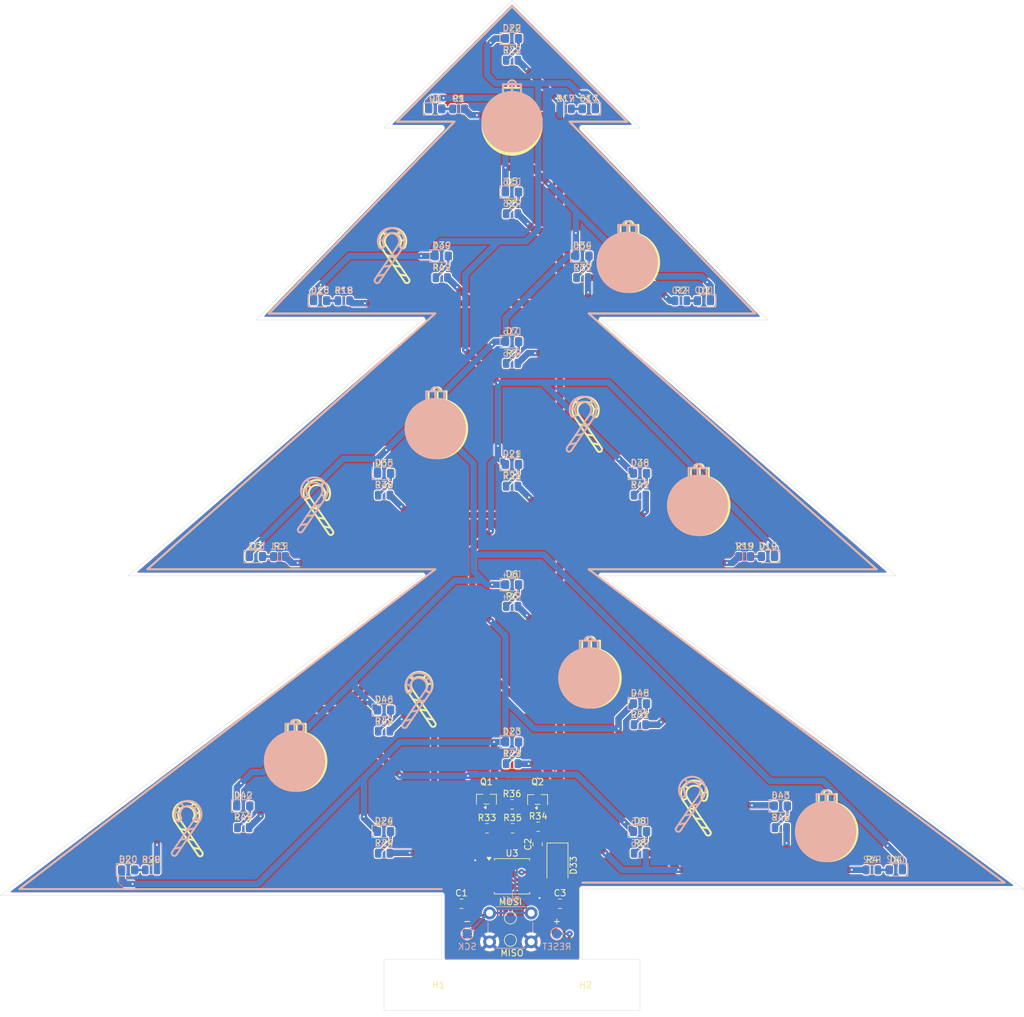
<source format=kicad_pcb>
(kicad_pcb (version 20241229) (generator "pcbnew") (generator_version "9.0")
  (title_block (title "Tree_Board") (date "2025-11-16") (rev "1.0") (company "PKl"))
  (layers (0 "F.Cu" signal) (2 "B.Cu" signal) (13 "F.Paste" user) (15 "B.Paste" user) (5 "F.SilkS" user "F.Silkscreen") (7 "B.SilkS" user "B.Silkscreen") (1 "F.Mask" user) (3 "B.Mask" user) (25 "Edge.Cuts" user))
  (net 0 "")
  (net 1 "GND")
  (net 2 "+5V")
  (net 3 "Net-(D33-A)")
  (net 4 "WHITE_KAT")
  (net 5 "Net-(D1-A)")
  (net 6 "Net-(D2-A)")
  (net 7 "Net-(D3-A)")
  (net 8 "Net-(D4-A)")
  (net 9 "Net-(D5-A)")
  (net 10 "Net-(D6-A)")
  (net 11 "Net-(D7-A)")
  (net 12 "Net-(D8-A)")
  (net 13 "Net-(D9-A)")
  (net 14 "Net-(D10-A)")
  (net 15 "Net-(D11-A)")
  (net 16 "Net-(D12-A)")
  (net 17 "Net-(D13-A)")
  (net 18 "Net-(D14-A)")
  (net 19 "Net-(D15-A)")
  (net 20 "Net-(D16-A)")
  (net 21 "GREEN_KAT")
  (net 22 "Net-(D17-A)")
  (net 23 "Net-(D18-A)")
  (net 24 "Net-(D19-A)")
  (net 25 "Net-(D20-A)")
  (net 26 "Net-(D21-A)")
  (net 27 "Net-(D22-A)")
  (net 28 "Net-(D23-A)")
  (net 29 "Net-(D24-A)")
  (net 30 "Net-(D25-A)")
  (net 31 "Net-(D26-A)")
  (net 32 "Net-(D27-A)")
  (net 33 "Net-(D28-A)")
  (net 34 "Net-(D29-A)")
  (net 35 "Net-(D30-A)")
  (net 36 "Net-(D31-A)")
  (net 37 "Net-(D32-A)")
  (net 38 "Net-(Q1-G)")
  (net 39 "Net-(Q2-G)")
  (net 40 "Net-(D34-A)")
  (net 41 "Net-(D35-A)")
  (net 42 "Net-(D36-A)")
  (net 43 "Net-(D37-A)")
  (net 44 "Net-(D38-A)")
  (net 45 "Net-(D39-A)")
  (net 46 "Net-(D40-A)")
  (net 47 "Net-(D41-A)")
  (net 48 "Net-(D42-A)")
  (net 49 "Net-(D43-A)")
  (net 50 "Net-(D44-A)")
  (net 51 "Net-(D45-A)")
  (net 52 "Net-(D46-A)")
  (net 53 "Net-(D47-A)")
  (net 54 "Net-(D48-A)")
  (net 55 "Net-(D49-A)")
  (net 56 "PB2")
  (net 57 "PB0")
  (net 58 "PB1")
  (net 59 "PB5")
  (net 60 "PB3")
  (net 61 "PB4")
  (footprint "LED_SMD:LED_0805_2012Metric_Pad1.15x1.40mm_HandSolder" (layer "F.Cu") (at 109 60)
    (property "Reference" "D39")
    (property "Value" "LED")
  )
  (footprint "Resistor_SMD:R_0805_2012Metric" (layer "F.Cu") (at 100 134.3 180)
    (property "Reference" "R49")
    (property "Value" "330R")
  )
  (footprint "Resistor_SMD:R_0805_2012Metric" (layer "F.Cu") (at 162 149.4 180)
    (property "Reference" "R46")
    (property "Value" "330R")
  )
  (footprint "Resistor_SMD:R_0805_2012Metric" (layer "F.Cu") (at 140 97.4 180)
    (property "Reference" "R41")
    (property "Value" "330R")
  )
  (footprint "LED_SMD:LED_0805_2012Metric_Pad1.15x1.40mm_HandSolder" (layer "F.Cu") (at 131 60)
    (property "Reference" "D34")
    (property "Value" "LED")
  )
  (footprint "Resistor_SMD:R_0805_2012Metric" (layer "F.Cu") (at 120 53.4 180)
    (property "Reference" "R5")
    (property "Value" "330R")
  )
  (footprint "Resistor_SMD:R_0805_2012Metric" (layer "F.Cu") (at 146.4 67)
    (property "Reference" "R2")
    (property "Value" "330R")
  )
  (footprint "Resistor_SMD:R_0805_2012Metric" (layer "F.Cu") (at 111.6875 37 180)
    (property "Reference" "R1")
    (property "Value" "330R")
  )
  (footprint "LED_SMD:LED_0805_2012Metric_Pad1.15x1.40mm_HandSolder" (layer "F.Cu") (at 119.975 92.6)
    (property "Reference" "D21")
    (property "Value" "LED")
  )
  (footprint "Resistor_SMD:R_0805_2012Metric" (layer "F.Cu") (at 100 153.4 180)
    (property "Reference" "R24")
    (property "Value" "330R")
  )
  (footprint "Resistor_SMD:R_0805_2012Metric" (layer "F.Cu") (at 140 153.4 180)
    (property "Reference" "R8")
    (property "Value" "330R")
  )
  (footprint "Resistor_SMD:R_0805_2012Metric" (layer "F.Cu") (at 176.2625 156)
    (property "Reference" "R4")
    (property "Value" "330R")
  )
  (footprint "LED_SMD:LED_0805_2012Metric_Pad1.15x1.40mm_HandSolder" (layer "F.Cu") (at 160 107 180)
    (property "Reference" "D19")
    (property "Value" "LED")
  )
  (footprint "LED_SMD:LED_0805_2012Metric_Pad1.15x1.40mm_HandSolder" (layer "F.Cu") (at 120 111.4)
    (property "Reference" "D6")
    (property "Value" "LED")
  )
  (footprint "LED_SMD:LED_0805_2012Metric_Pad1.15x1.40mm_HandSolder" (layer "F.Cu") (at 100 94)
    (property "Reference" "D35")
    (property "Value" "LED")
  )
  (footprint "LED_SMD:LED_0805_2012Metric_Pad1.15x1.40mm_HandSolder" (layer "F.Cu") (at 140 150)
    (property "Reference" "D8")
    (property "Value" "LED")
  )
  (footprint "TestPoint:TestPoint_Pad_D1.5mm" (layer "F.Cu") (at 119.75 167)
    (property "Reference" "MISO1" (hide yes))
    (property "Value" "MISO")
  )
  (footprint "LED_SMD:LED_0805_2012Metric_Pad1.15x1.40mm_HandSolder" (layer "F.Cu") (at 140 94)
    (property "Reference" "D38")
    (property "Value" "LED")
  )
  (footprint "Resistor_SMD:R_0805_2012Metric" (layer "F.Cu") (at 156.4125 107)
    (property "Reference" "R19")
    (property "Value" "330R")
  )
  (footprint "Resistor_SMD:R_0805_2012Metric" (layer "F.Cu") (at 131 63.4 180)
    (property "Reference" "R37")
    (property "Value" "330R")
  )
  (footprint "Package_SO:SOIC-8_5.3x5.3mm_P1.27mm" (layer "F.Cu") (at 120 157)
    (property "Reference" "U3")
    (property "Value" "ATtiny85-20S")
  )
  (footprint "Resistor_SMD:R_0805_2012Metric" (layer "F.Cu") (at 124.0875 149.25)
    (property "Reference" "R34")
    (property "Value" "1kR")
  )
  (footprint "LED_SMD:LED_0805_2012Metric_Pad1.15x1.40mm_HandSolder" (layer "F.Cu") (at 99.975 150)
    (property "Reference" "D24")
    (property "Value" "LED")
  )
  (footprint "Resistor_SMD:R_0805_2012Metric" (layer "F.Cu") (at 100 97.4 180)
    (property "Reference" "R38")
    (property "Value" "330R")
  )
  (footprint "Capacitor_SMD:C_0805_2012Metric" (layer "F.Cu") (at 124 152 90)
    (property "Reference" "C2")
    (property "Value" "100nF")
  )
  (footprint "Package_TO_SOT_SMD:SOT-23" (layer "F.Cu") (at 116 144.9375 90)
    (property "Reference" "Q1")
    (property "Value" "AO3418")
  )
  (footprint "LED_SMD:LED_0805_2012Metric_Pad1.15x1.40mm_HandSolder" (layer "F.Cu") (at 132 37 180)
    (property "Reference" "D17")
    (property "Value" "LED")
  )
  (footprint "LED_SMD:LED_0805_2012Metric_Pad1.15x1.40mm_HandSolder" (layer "F.Cu") (at 100 131)
    (property "Reference" "D46")
    (property "Value" "LED")
  )
  (footprint "Resistor_SMD:R_0805_2012Metric" (layer "F.Cu") (at 63.6 156 180)
    (property "Reference" "R20")
    (property "Value" "330R")
  )
  (footprint "Resistor_SMD:R_0805_2012Metric" (layer "F.Cu") (at 120 29.4 180)
    (property "Reference" "R22")
    (property "Value" "330R")
  )
  (footprint "MountingHole:MountingHole_3.2mm_M3" (layer "F.Cu") (at 104 174)
    (property "Reference" "H1")
    (property "Value" "MountingHole")
  )
  (footprint "Capacitor_SMD:C_0805_2012Metric" (layer "F.Cu") (at 127.5 161.3)
    (property "Reference" "C3")
    (property "Value" "10uF")
  )
  (footprint "Package_TO_SOT_SMD:SOT-23" (layer "F.Cu") (at 124 145 90)
    (property "Reference" "Q2")
    (property "Value" "AO3418")
  )
  (footprint "Resistor_SMD:R_0805_2012Metric" (layer "F.Cu") (at 120.0875 149.5)
    (property "Reference" "R35")
    (property "Value" "47kR")
  )
  (footprint "Resistor_SMD:R_0805_2012Metric" (layer "F.Cu") (at 120 96 180)
    (property "Reference" "R21")
    (property "Value" "330R")
  )
  (footprint "Resistor_SMD:R_0805_2012Metric" (layer "F.Cu") (at 93.7125 67 180)
    (property "Reference" "R18")
    (property "Value" "330R")
  )
  (footprint "LED_SMD:LED_0805_2012Metric_Pad1.15x1.40mm_HandSolder" (layer "F.Cu") (at 79.975 107)
    (property "Reference" "D3")
    (property "Value" "LED")
  )
  (footprint "LED_SMD:LED_0805_2012Metric_Pad1.15x1.40mm_HandSolder" (layer "F.Cu") (at 162 146)
    (property "Reference" "D43")
    (property "Value" "LED")
  )
  (footprint "LED_SMD:LED_0805_2012Metric_Pad1.15x1.40mm_HandSolder" (layer "F.Cu") (at 90 67)
    (property "Reference" "D18")
    (property "Value" "LED")
  )
  (footprint "MountingHole:MountingHole_3.2mm_M3" (layer "F.Cu") (at 136 174)
    (property "Reference" "H2")
    (property "Value" "MountingHole")
  )
  (footprint "LED_SMD:LED_0805_2012Metric_Pad1.15x1.40mm_HandSolder" (layer "F.Cu") (at 140 130)
    (property "Reference" "D48")
    (property "Value" "LED")
  )
  (footprint "LED_SMD:LED_0805_2012Metric_Pad1.15x1.40mm_HandSolder" (layer "F.Cu") (at 120 73.4)
    (property "Reference" "D7")
    (property "Value" "LED")
  )
  (footprint "LED_SMD:LED_0805_2012Metric_Pad1.15x1.40mm_HandSolder" (layer "F.Cu") (at 180 156 180)
    (property "Reference" "D4")
    (property "Value" "LED")
  )
  (footprint "TestPoint:TestPoint_Pad_D1.5mm" (layer "F.Cu") (at 113 166)
    (property "Reference" "TP_GND1" (hide yes))
    (property "Value" "GND")
  )
  (footprint "LED_SMD:LED_0805_2012Metric_Pad1.15x1.40mm_HandSolder" (layer "F.Cu") (at 108 37)
    (property "Reference" "D1")
    (property "Value" "LED")
  )
  (footprint "Resistor_SMD:R_0805_2012Metric" (layer "F.Cu") (at 83.7125 107 180)
    (property "Reference" "R3")
    (property "Value" "330R")
  )
  (footprint "LED_SMD:LED_0805_2012Metric_Pad1.15x1.40mm_HandSolder" (layer "F.Cu") (at 119.975 26)
    (property "Reference" "D22")
    (property "Value" "LED")
  )
  (footprint "Resistor_SMD:R_0805_2012Metric" (layer "F.Cu") (at 109 63.4 180)
    (property "Reference" "R42")
    (property "Value" "330R")
  )
  (footprint "LED_SMD:LED_0805_2012Metric_Pad1.15x1.40mm_HandSolder" (layer "F.Cu") (at 78 146)
    (property "Reference" "D42")
    (property "Value" "LED")
  )
  (footprint "Resistor_SMD:R_0805_2012Metric" (layer "F.Cu") (at 120.025 114.8 180)
    (property "Reference" "R6")
    (property "Value" "330R")
  )
  (footprint "Resistor_SMD:R_0805_2012Metric" (layer "F.Cu") (at 116.0875 149.5)
    (property "Reference" "R33")
    (property "Value" "1kR")
  )
  (footprint "LED_SMD:LED_0805_2012Metric_Pad1.15x1.40mm_HandSolder" (layer "F.Cu") (at 150 67 180)
    (property "Reference" "D2")
    (property "Value" "LED")
  )
  (footprint "LED_SMD:LED_0805_2012Metric_Pad1.15x1.40mm_HandSolder" (layer "F.Cu") (at 119.975 50)
    (property "Reference" "D5")
    (property "Value" "LED")
  )
  (footprint "Resistor_SMD:R_0805_2012Metric" (layer "F.Cu") (at 128.3375 37)
    (property "Reference" "R17")
    (property "Value" "330R")
  )
  (footprint "Resistor_SMD:R_0805_2012Metric" (layer "F.Cu") (at 120 139.4 180)
    (property "Reference" "R23")
    (property "Value" "330R")
  )
  (footprint "Resistor_SMD:R_0805_2012Metric" (layer "F.Cu") (at 139.975 133.3 180)
    (property "Reference" "R51")
    (property "Value" "330R")
  )
  (footprint "LED_SMD:LED_0805_2012Metric_Pad1.15x1.40mm_HandSolder" (layer "F.Cu") (at 120 136)
    (property "Reference" "D23")
    (property "Value" "LED")
  )
  (footprint "LED_SMD:LED_0805_2012Metric_Pad1.15x1.40mm_HandSolder" (layer "F.Cu") (at 60 156)
    (property "Reference" "D20")
    (property "Value" "LED")
  )
  (footprint "Resistor_SMD:R_0805_2012Metric" (layer "F.Cu") (at 120 76.8 180)
    (property "Reference" "R7")
    (property "Value" "330R")
  )
  (footprint "Diode_SMD:D_SMA" (layer "F.Cu") (at 127.1 155.3 -90)
    (property "Reference" "D33")
    (property "Value" "SS14")
  )
  (footprint "TestPoint:TestPoint_Pad_D1.5mm" (layer "F.Cu") (at 119.75 163.5)
    (property "Reference" "MOSI1" (hide yes))
    (property "Value" "MOSI")
  )
  (footprint "TestPoint:TestPoint_Pad_D1.5mm" (layer "F.Cu") (at 127 166)
    (property "Reference" "TP_5V1" (hide yes))
    (property "Value" "5V")
  )
  (footprint "Resistor_SMD:R_0805_2012Metric" (layer "F.Cu") (at 78 149.4 180)
    (property "Reference" "R45")
    (property "Value" "330R")
  )
  (footprint "Resistor_SMD:R_0805_2012Metric" (layer "F.Cu") (at 120 145.75)
    (property "Reference" "R36")
    (property "Value" "47kR")
  )
  (footprint "Capacitor_SMD:C_0805_2012Metric" (layer "F.Cu") (at 112.1 161.3)
    (property "Reference" "C1")
    (property "Value" "100nF")
  )
  (footprint "LED_SMD:LED_0805_2012Metric_Pad1.15x1.40mm_HandSolder" (layer "B.Cu") (at 162 146)
    (property "Reference" "D45")
    (property "Value" "LED")
  )
  (footprint "Resistor_SMD:R_0805_2012Metric" (layer "B.Cu") (at 100 153.4 180)
    (property "Reference" "R32")
    (property "Value" "330R")
  )
  (footprint "TestPoint:TestPoint_Pad_D1.5mm" (layer "B.Cu") (at 113 166 180)
    (property "Reference" "SCK1" (hide yes))
    (property "Value" "SCK")
  )
  (footprint "Resistor_SMD:R_0805_2012Metric" (layer "B.Cu") (at 120 76.8 180)
    (property "Reference" "R15")
    (property "Value" "330R")
  )
  (footprint "Resistor_SMD:R_0805_2012Metric" (layer "B.Cu") (at 120 96 180)
    (property "Reference" "R29")
    (property "Value" "330R")
  )
  (footprint "LED_SMD:LED_0805_2012Metric_Pad1.15x1.40mm_HandSolder" (layer "B.Cu") (at 60.025 156)
    (property "Reference" "D28")
    (property "Value" "LED")
  )
  (footprint "LED_SMD:LED_0805_2012Metric_Pad1.15x1.40mm_HandSolder" (layer "B.Cu") (at 90.025 67)
    (property "Reference" "D26")
    (property "Value" "LED")
  )
  (footprint "LED_SMD:LED_0805_2012Metric_Pad1.15x1.40mm_HandSolder" (layer "B.Cu") (at 100 150)
    (property "Reference" "D32")
    (property "Value" "LED")
  )
  (footprint "Resistor_SMD:R_0805_2012Metric" (layer "B.Cu") (at 146.4 67)
    (property "Reference" "R10")
    (property "Value" "330R")
  )
  (footprint "Resistor_SMD:R_0805_2012Metric" (layer "B.Cu") (at 78 149.4 180)
    (property "Reference" "R47")
    (property "Value" "330R")
  )
  (footprint "LED_SMD:LED_0805_2012Metric_Pad1.15x1.40mm_HandSolder" (layer "B.Cu") (at 120 26)
    (property "Reference" "D30")
    (property "Value" "LED")
  )
  (footprint "LED_SMD:LED_0805_2012Metric_Pad1.15x1.40mm_HandSolder" (layer "B.Cu") (at 131 60)
    (property "Reference" "D36")
    (property "Value" "LED")
  )
  (footprint "Resistor_SMD:R_0805_2012Metric" (layer "B.Cu") (at 120 53.4 180)
    (property "Reference" "R13")
    (property "Value" "330R")
  )
  (footprint "LED_SMD:LED_0805_2012Metric_Pad1.15x1.40mm_HandSolder" (layer "B.Cu") (at 100 131)
    (property "Reference" "D47")
    (property "Value" "LED")
  )
  (footprint "LED_SMD:LED_0805_2012Metric_Pad1.15x1.40mm_HandSolder" (layer "B.Cu") (at 160 107 180)
    (property "Reference" "D27")
    (property "Value" "LED")
  )
  (footprint "Resistor_SMD:R_0805_2012Metric" (layer "B.Cu") (at 131 63.4 180)
    (property "Reference" "R39")
    (property "Value" "330R")
  )
  (footprint "Resistor_SMD:R_0805_2012Metric" (layer "B.Cu") (at 83.6 107 180)
    (property "Reference" "R11")
    (property "Value" "330R")
  )
  (footprint "LED_SMD:LED_0805_2012Metric_Pad1.15x1.40mm_HandSolder" (layer "B.Cu") (at 120 136)
    (property "Reference" "D31")
    (property "Value" "LED")
  )
  (footprint "LED_SMD:LED_0805_2012Metric_Pad1.15x1.40mm_HandSolder" (layer "B.Cu") (at 140 94)
    (property "Reference" "D40")
    (property "Value" "LED")
  )
  (footprint "Button_Switch_THT:SW_PUSH_6mm" (layer "B.Cu") (at 123 162.75 180)
    (property "Reference" "SW1")
    (property "Value" "Tact Switch 6x6mm / 13mm")
  )
  (footprint "LED_SMD:LED_0805_2012Metric_Pad1.15x1.40mm_HandSolder" (layer "B.Cu") (at 79.975 107)
    (property "Reference" "D11")
    (property "Value" "LED")
  )
  (footprint "LED_SMD:LED_0805_2012Metric_Pad1.15x1.40mm_HandSolder" (layer "B.Cu") (at 100 94)
    (property "Reference" "D37")
    (property "Value" "LED")
  )
  (footprint "Resistor_SMD:R_0805_2012Metric" (layer "B.Cu") (at 100 134.3 180)
    (property "Reference" "R50")
    (property "Value" "330R")
  )
  (footprint "LED_SMD:LED_0805_2012Metric_Pad1.15x1.40mm_HandSolder" (layer "B.Cu") (at 140 130)
    (property "Reference" "D49")
    (property "Value" "LED")
  )
  (footprint "Resistor_SMD:R_0805_2012Metric" (layer "B.Cu") (at 63.6 156 180)
    (property "Reference" "R28")
    (property "Value" "330R")
  )
  (footprint "LED_SMD:LED_0805_2012Metric_Pad1.15x1.40mm_HandSolder" (layer "B.Cu") (at 109 60)
    (property "Reference" "D41")
    (property "Value" "LED")
  )
  (footprint "Resistor_SMD:R_0805_2012Metric" (layer "B.Cu") (at 162 149.4 180)
    (property "Reference" "R48")
    (property "Value" "330R")
  )
  (footprint "Resistor_SMD:R_0805_2012Metric" (layer "B.Cu") (at 156.2875 107)
    (property "Reference" "R27")
    (property "Value" "330R")
  )
  (footprint "Resistor_SMD:R_0805_2012Metric" (layer "B.Cu") (at 93.6875 67 180)
    (property "Reference" "R26")
    (property "Value" "330R")
  )
  (footprint "LED_SMD:LED_0805_2012Metric_Pad1.15x1.40mm_HandSolder" (layer "B.Cu") (at 120.025 73.4)
    (property "Reference" "D15")
    (property "Value" "LED")
  )
  (footprint "LED_SMD:LED_0805_2012Metric_Pad1.15x1.40mm_HandSolder" (layer "B.Cu") (at 140 150)
    (property "Reference" "D16")
    (property "Value" "LED")
  )
  (footprint "Resistor_SMD:R_0805_2012Metric" (layer "B.Cu") (at 140 153.4 180)
    (property "Reference" "R16")
    (property "Value" "330R")
  )
  (footprint "Resistor_SMD:R_0805_2012Metric" (layer "B.Cu") (at 120 114.8 180)
    (property "Reference" "R14")
    (property "Value" "330R")
  )
  (footprint "Resistor_SMD:R_0805_2012Metric" (layer "B.Cu") (at 139.9825 97.4 180)
    (property "Reference" "R43")
    (property "Value" "330R")
  )
  (footprint "LED_SMD:LED_0805_2012Metric_Pad1.15x1.40mm_HandSolder" (layer "B.Cu") (at 149.975 67 180)
    (property "Reference" "D10")
    (property "Value" "LED")
  )
  (footprint "LED_SMD:LED_0805_2012Metric_Pad1.15x1.40mm_HandSolder" (layer "B.Cu") (at 108 37)
    (property "Reference" "D9")
    (property "Value" "LED")
  )
  (footprint "LED_SMD:LED_0805_2012Metric_Pad1.15x1.40mm_HandSolder" (layer "B.Cu") (at 132 37 180)
    (property "Reference" "D25")
    (property "Value" "LED")
  )
  (footprint "Resistor_SMD:R_0805_2012Metric" (layer "B.Cu") (at 128.4 37)
    (property "Reference" "R25")
    (property "Value" "330R")
  )
  (footprint "Resistor_SMD:R_0805_2012Metric" (layer "B.Cu") (at 120 29.4 180)
    (property "Reference" "R30")
    (property "Value" "330R")
  )
  (footprint "Resistor_SMD:R_0805_2012Metric" (layer "B.Cu") (at 100 97.4 180)
    (property "Reference" "R40")
    (property "Value" "330R")
  )
  (footprint "Resistor_SMD:R_0805_2012Metric" (layer "B.Cu") (at 120 139.4 180)
    (property "Reference" "R31")
    (property "Value" "330R")
  )
  (footprint "LED_SMD:LED_0805_2012Metric_Pad1.15x1.40mm_HandSolder" (layer "B.Cu") (at 179.975 156 180)
    (property "Reference" "D12")
    (property "Value" "LED")
  )
  (footprint "LED_SMD:LED_0805_2012Metric_Pad1.15x1.40mm_HandSolder" (layer "B.Cu") (at 120 50)
    (property "Reference" "D13")
    (property "Value" "LED")
  )
  (footprint "LED_SMD:LED_0805_2012Metric_Pad1.15x1.40mm_HandSolder" (layer "B.Cu") (at 120 92.6)
    (property "Reference" "D29")
    (property "Value" "LED")
  )
  (footprint "TestPoint:TestPoint_Pad_D1.5mm" (layer "B.Cu") (at 127 166 180)
    (property "Reference" "RESET1" (hide yes))
    (property "Value" "RESET")
  )
  (footprint "Resistor_SMD:R_0805_2012Metric" (layer "B.Cu") (at 139.95 133.3 180)
    (property "Reference" "R52")
    (property "Value" "330R")
  )
  (footprint "Resistor_SMD:R_0805_2012Metric" (layer "B.Cu") (at 109 63.4 180)
    (property "Reference" "R44")
    (property "Value" "330R")
  )
  (footprint "Resistor_SMD:R_0805_2012Metric" (layer "B.Cu") (at 176.2875 156)
    (property "Reference" "R12")
    (property "Value" "330R")
  )
  (footprint "Resistor_SMD:R_0805_2012Metric" (layer "B.Cu") (at 111.6 37 180)
    (property "Reference" "R9")
    (property "Value" "330R")
  )
  (footprint "LED_SMD:LED_0805_2012Metric_Pad1.15x1.40mm_HandSolder" (layer "B.Cu") (at 120.025 111.4)
    (property "Reference" "D14")
    (property "Value" "LED")
  )
  (footprint "LED_SMD:LED_0805_2012Metric_Pad1.15x1.40mm_HandSolder" (layer "B.Cu") (at 78 146)
    (property "Reference" "D44")
    (property "Value" "LED")
  )
  (gr_line (start 132.2 83) (end 132.6 82.4) (stroke (width 0.3)) (layer "F.SilkS"))
  (gr_line (start 131.669334 86.6) (end 130.504652 86.301163) (stroke (width 0.3)) (layer "F.SilkS"))
  (gr_line (start 149.361035 94.361035) (end 149.361035 93.161035) (stroke (width 0.3)) (layer "F.SilkS"))
  (gr_line (start 147.411423 144.753145) (end 146.689466 145.105853) (stroke (width 0.3)) (layer "F.SilkS"))
  (gr_line (start 150.761035 93.161035) (end 150.761035 94.561035) (stroke (width 0.3)) (layer "F.SilkS"))
  (gr_line (start 120 33.7) (end 121.4 33.7) (stroke (width 0.3)) (layer "F.SilkS"))
  (gr_line (start 88.411425 97.753145) (end 92 103) (stroke (width 0.3)) (layer "F.SilkS"))
  (gr_line (start 104.411423 127.753145) (end 103.689466 128.105853) (stroke (width 0.3)) (layer "F.SilkS"))
  (gr_line (start 67.27804 148.352706) (end 70.888575 153.646855) (stroke (width 0.3)) (layer "F.SilkS"))
  (gr_line (start 69.188575 151.146855) (end 70.288575 151.346855) (stroke (width 0.3)) (layer "F.SilkS"))
  (gr_line (start 69.788575 146.246855) (end 70.188575 145.646855) (stroke (width 0.3)) (layer "F.SilkS"))
  (gr_line (start 129 39) (end 158 69) (stroke (width 0.3)) (layer "F.SilkS"))
  (gr_line (start 129.689465 85.105851) (end 133.3 90.4) (stroke (width 0.3)) (layer "F.SilkS"))
  (gr_circle (center 108.361035 87) (end 108.961035 82.4) (stroke (width 0.3)) (fill yes) (layer "F.SilkS"))
  (gr_line (start 132.361035 120.161035) (end 130.961035 120.161035) (stroke (width 0.3)) (layer "F.SilkS"))
  (gr_arc (start 91.352011 98.02725) (mid 90.845121 98.177897) (end 90.618746 97.7) (stroke (width 0.3)) (layer "F.SilkS"))
  (gr_line (start 100.311423 58.353145) (end 99.589466 58.705853) (stroke (width 0.3)) (layer "F.SilkS"))
  (gr_line (start 68 148) (end 71.588575 153.246855) (stroke (width 0.3)) (layer "F.SilkS"))
  (gr_line (start 106.2 126) (end 106.6 125.4) (stroke (width 0.3)) (layer "F.SilkS"))
  (gr_line (start 88.6 96.2) (end 87.9 95.830881) (stroke (width 0.3)) (layer "F.SilkS"))
  (gr_line (start 169.361035 144.161035) (end 170.761035 144.161035) (stroke (width 0.3)) (layer "F.SilkS"))
  (gr_line (start 67.999998 148) (end 67.278041 148.352708) (stroke (width 0.3)) (layer "F.SilkS"))
  (gr_line (start 133.761035 120.161035) (end 133.761035 121.561035) (stroke (width 0.3)) (layer "F.SilkS"))
  (gr_line (start 147.411425 144.753145) (end 151 150) (stroke (width 0.3)) (layer "F.SilkS"))
  (gr_line (start 158 69) (end 132 69) (stroke (width 0.3)) (layer "F.SilkS"))
  (gr_arc (start 150.97774 149.967455) (mid 150.888231 150.574441) (end 150.300001 150.4) (stroke (width 0.3)) (layer "F.SilkS"))
  (gr_arc (start 103.252011 58.62725) (mid 102.745121 58.777897) (end 102.518746 58.3) (stroke (width 0.3)) (layer "F.SilkS"))
  (gr_line (start 120 34.9) (end 120 33.7) (stroke (width 0.3)) (layer "F.SilkS"))
  (gr_arc (start 137.728579 55.161035) (mid 138.361035 54.528579) (end 138.993491 55.161035) (stroke (width 0.3)) (layer "F.SilkS"))
  (gr_line (start 108 109) (end 43 159) (stroke (width 0.3)) (layer "F.SilkS"))
  (gr_line (start 106.961035 81.161035) (end 106.961035 82.561035) (stroke (width 0.3)) (layer "F.SilkS"))
  (gr_line (start 99.589465 58.705851) (end 103.2 64) (stroke (width 0.3)) (layer "F.SilkS"))
  (gr_arc (start 99.589465 58.705853) (mid 101.35556 55.629299) (end 103.252022 58.62725) (stroke (width 0.3)) (layer "F.SilkS"))
  (gr_arc (start 107.728579 81.161035) (mid 108.361035 80.528579) (end 108.993491 81.161035) (stroke (width 0.3)) (layer "F.SilkS"))
  (gr_line (start 108 69) (end 63 109) (stroke (width 0.3)) (layer "F.SilkS"))
  (gr_arc (start 107.97774 132.967455) (mid 107.888231 133.574441) (end 107.300001 133.4) (stroke (width 0.3)) (layer "F.SilkS"))
  (gr_circle (center 86.361035 139) (end 86.961035 134.4) (stroke (width 0.3)) (fill yes) (layer "F.SilkS"))
  (gr_line (start 148.6 147.9) (end 149.7 148.1) (stroke (width 0.3)) (layer "F.SilkS"))
  (gr_line (start 103.4 57.4) (end 102.7 57.6) (stroke (width 0.3)) (layer "F.SilkS"))
  (gr_line (start 138.361035 55.161035) (end 136.961035 55.161035) (stroke (width 0.3)) (layer "F.SilkS"))
  (gr_line (start 100.311425 58.353145) (end 103.9 63.6) (stroke (width 0.3)) (layer "F.SilkS"))
  (gr_line (start 87.761035 133.161035) (end 87.761035 134.561035) (stroke (width 0.3)) (layer "F.SilkS"))
  (gr_arc (start 103.87774 63.567455) (mid 103.788231 64.174441) (end 103.200001 64) (stroke (width 0.3)) (layer "F.SilkS"))
  (gr_arc (start 147.411423 144.753145) (mid 148.469444 142.83088) (end 149.618748 144.7) (stroke (width 0.3)) (layer "F.SilkS"))
  (gr_line (start 89.6 100.9) (end 90.7 101.1) (stroke (width 0.3)) (layer "F.SilkS"))
  (gr_line (start 103.689465 128.105851) (end 107.3 133.4) (stroke (width 0.3)) (layer "F.SilkS"))
  (gr_line (start 91.6 102.5) (end 90.6 102.3) (stroke (width 0.3)) (layer "F.SilkS"))
  (gr_line (start 130.411425 84.753145) (end 134 90) (stroke (width 0.3)) (layer "F.SilkS"))
  (gr_line (start 149.2 143) (end 149.6 142.4) (stroke (width 0.3)) (layer "F.SilkS"))
  (gr_line (start 104.411425 127.753145) (end 108 133) (stroke (width 0.3)) (layer "F.SilkS"))
  (gr_circle (center 169.361035 150) (end 169.961035 145.4) (stroke (width 0.3)) (fill yes) (layer "F.SilkS"))
  (gr_line (start 109.761035 81.161035) (end 109.761035 82.561035) (stroke (width 0.3)) (layer "F.SilkS"))
  (gr_line (start 86.361035 133.161035) (end 87.761035 133.161035) (stroke (width 0.3)) (layer "F.SilkS"))
  (gr_line (start 101.5 61.5) (end 102.6 61.7) (stroke (width 0.3)) (layer "F.SilkS"))
  (gr_line (start 71.088575 147.046855) (end 70.388575 147.246855) (stroke (width 0.3)) (layer "F.SilkS"))
  (gr_arc (start 131.728579 120.161035) (mid 132.361035 119.528579) (end 132.993491 120.161035) (stroke (width 0.3)) (layer "F.SilkS"))
  (gr_line (start 197 158) (end 131 158) (stroke (width 0.3)) (layer "F.SilkS"))
  (gr_line (start 120 21) (end 138 39) (stroke (width 0.3)) (layer "F.SilkS"))
  (gr_line (start 130.961035 120.161035) (end 130.961035 121.561035) (stroke (width 0.3)) (layer "F.SilkS"))
  (gr_line (start 149.361035 93.161035) (end 150.761035 93.161035) (stroke (width 0.3)) (layer "F.SilkS"))
  (gr_line (start 86.361035 133.161035) (end 84.961035 133.161035) (stroke (width 0.3)) (layer "F.SilkS"))
  (gr_line (start 63 109) (end 108 109) (stroke (width 0.3)) (layer "F.SilkS"))
  (gr_line (start 130.411423 84.753145) (end 129.689466 85.105853) (stroke (width 0.3)) (layer "F.SilkS"))
  (gr_line (start 82 69) (end 108 69) (stroke (width 0.3)) (layer "F.SilkS"))
  (gr_line (start 139.761035 55.161035) (end 139.761035 56.561035) (stroke (width 0.3)) (layer "F.SilkS"))
  (gr_line (start 118.6 33.7) (end 118.6 35.1) (stroke (width 0.3)) (layer "F.SilkS"))
  (gr_line (start 71.188575 152.746855) (end 70.188575 152.546855) (stroke (width 0.3)) (layer "F.SilkS"))
  (gr_line (start 102.1 56.6) (end 102.5 56) (stroke (width 0.3)) (layer "F.SilkS"))
  (gr_arc (start 71.566315 153.21431) (mid 71.476806 153.821296) (end 70.888576 153.646855) (stroke (width 0.3)) (layer "F.SilkS"))
  (gr_line (start 138.361035 55.161035) (end 139.761035 55.161035) (stroke (width 0.3)) (layer "F.SilkS"))
  (gr_arc (start 87.689465 98.105853) (mid 89.45556 95.029299) (end 91.352022 98.02725) (stroke (width 0.3)) (layer "F.SilkS"))
  (gr_line (start 121.4 33.7) (end 121.4 35.1) (stroke (width 0.3)) (layer "F.SilkS"))
  (gr_line (start 91.5 96.8) (end 90.8 97) (stroke (width 0.3)) (layer "F.SilkS"))
  (gr_line (start 104.6 126.2) (end 103.9 125.830881) (stroke (width 0.3)) (layer "F.SilkS"))
  (gr_arc (start 103.689465 128.105853) (mid 105.45556 125.029299) (end 107.352022 128.02725) (stroke (width 0.3)) (layer "F.SilkS"))
  (gr_arc (start 107.352011 128.02725) (mid 106.845121 128.177897) (end 106.618746 127.7) (stroke (width 0.3)) (layer "F.SilkS"))
  (gr_line (start 103.5 63.1) (end 102.5 62.9) (stroke (width 0.3)) (layer "F.SilkS"))
  (gr_line (start 148.669334 146.6) (end 147.504652 146.301163) (stroke (width 0.3)) (layer "F.SilkS"))
  (gr_line (start 105.669334 129.6) (end 104.504652 129.301163) (stroke (width 0.3)) (layer "F.SilkS"))
  (gr_arc (start 88.411423 97.753145) (mid 89.469444 95.83088) (end 90.618748 97.7) (stroke (width 0.3)) (layer "F.SilkS"))
  (gr_line (start 108.361035 82.361035) (end 108.361035 81.161035) (stroke (width 0.3)) (layer "F.SilkS"))
  (gr_arc (start 150.352011 145.02725) (mid 149.845121 145.177897) (end 149.618746 144.7) (stroke (width 0.3)) (layer "F.SilkS"))
  (gr_line (start 169.361035 144.161035) (end 167.961035 144.161035) (stroke (width 0.3)) (layer "F.SilkS"))
  (gr_arc (start 148.728579 93.161035) (mid 149.361035 92.528579) (end 149.993491 93.161035) (stroke (width 0.3)) (layer "F.SilkS"))
  (gr_line (start 133.6 89.5) (end 132.6 89.3) (stroke (width 0.3)) (layer "F.SilkS"))
  (gr_arc (start 67.999998 148) (mid 69.058019 146.077735) (end 70.207323 147.946855) (stroke (width 0.3)) (layer "F.SilkS"))
  (gr_arc (start 104.411423 127.753145) (mid 105.469444 125.83088) (end 106.618748 127.7) (stroke (width 0.3)) (layer "F.SilkS"))
  (gr_line (start 108.361035 81.161035) (end 109.761035 81.161035) (stroke (width 0.3)) (layer "F.SilkS"))
  (gr_circle (center 138.361035 61) (end 138.961035 56.4) (stroke (width 0.3)) (fill yes) (layer "F.SilkS"))
  (gr_line (start 131.6 87.9) (end 132.7 88.1) (stroke (width 0.3)) (layer "F.SilkS"))
  (gr_line (start 89.669334 99.6) (end 88.504652 99.301163) (stroke (width 0.3)) (layer "F.SilkS"))
  (gr_line (start 108.361035 81.161035) (end 106.961035 81.161035) (stroke (width 0.3)) (layer "F.SilkS"))
  (gr_line (start 107.6 132.5) (end 106.6 132.3) (stroke (width 0.3)) (layer "F.SilkS"))
  (gr_line (start 138.361035 56.361035) (end 138.361035 55.161035) (stroke (width 0.3)) (layer "F.SilkS"))
  (gr_line (start 111 39) (end 82 69) (stroke (width 0.3)) (layer "F.SilkS"))
  (gr_arc (start 146.689465 145.105853) (mid 148.45556 142.029299) (end 150.352022 145.02725) (stroke (width 0.3)) (layer "F.SilkS"))
  (gr_arc (start 130.411423 84.753145) (mid 131.469444 82.83088) (end 132.618748 84.7) (stroke (width 0.3)) (layer "F.SilkS"))
  (gr_line (start 86.361035 134.361035) (end 86.361035 133.161035) (stroke (width 0.3)) (layer "F.SilkS"))
  (gr_line (start 170.761035 144.161035) (end 170.761035 145.561035) (stroke (width 0.3)) (layer "F.SilkS"))
  (gr_line (start 69.257909 149.846855) (end 68.093227 149.548018) (stroke (width 0.3)) (layer "F.SilkS"))
  (gr_line (start 84.961035 133.161035) (end 84.961035 134.561035) (stroke (width 0.3)) (layer "F.SilkS"))
  (gr_line (start 90.2 96) (end 90.6 95.4) (stroke (width 0.3)) (layer "F.SilkS"))
  (gr_arc (start 100.311423 58.353145) (mid 101.369444 56.43088) (end 102.518748 58.3) (stroke (width 0.3)) (layer "F.SilkS"))
  (gr_line (start 120 33.7) (end 118.6 33.7) (stroke (width 0.3)) (layer "F.SilkS"))
  (gr_line (start 132 109) (end 177 109) (stroke (width 0.3)) (layer "F.SilkS"))
  (gr_line (start 130.6 83.2) (end 129.9 82.830881) (stroke (width 0.3)) (layer "F.SilkS"))
  (gr_line (start 146.689465 145.105851) (end 150.3 150.4) (stroke (width 0.3)) (layer "F.SilkS"))
  (gr_line (start 133.5 83.8) (end 132.8 84) (stroke (width 0.3)) (layer "F.SilkS"))
  (gr_line (start 150.6 149.5) (end 149.6 149.3) (stroke (width 0.3)) (layer "F.SilkS"))
  (gr_circle (center 120 39.538965) (end 120.6 34.938965) (stroke (width 0.3)) (fill yes) (layer "F.SilkS"))
  (gr_arc (start 168.728579 144.161035) (mid 169.361035 143.528579) (end 169.993491 144.161035) (stroke (width 0.3)) (layer "F.SilkS"))
  (gr_line (start 138 39) (end 129 39) (stroke (width 0.3)) (layer "F.SilkS"))
  (gr_line (start 169.361035 145.361035) (end 169.361035 144.161035) (stroke (width 0.3)) (layer "F.SilkS"))
  (gr_line (start 167.961035 144.161035) (end 167.961035 145.561035) (stroke (width 0.3)) (layer "F.SilkS"))
  (gr_line (start 111 39) (end 102 39) (stroke (width 0.3)) (layer "F.SilkS"))
  (gr_arc (start 85.728579 133.161035) (mid 86.361035 132.528579) (end 86.993491 133.161035) (stroke (width 0.3)) (layer "F.SilkS"))
  (gr_line (start 43 159) (end 109 159) (stroke (width 0.3)) (layer "F.SilkS"))
  (gr_line (start 147.6 143.2) (end 146.9 142.830881) (stroke (width 0.3)) (layer "F.SilkS"))
  (gr_arc (start 70.940586 148.274105) (mid 70.433696 148.424752) (end 70.207321 147.946855) (stroke (width 0.3)) (layer "F.SilkS"))
  (gr_line (start 132 109) (end 197 158) (stroke (width 0.3)) (layer "F.SilkS"))
  (gr_line (start 101.569334 60.2) (end 100.404652 59.901163) (stroke (width 0.3)) (layer "F.SilkS"))
  (gr_line (start 68.188575 146.446855) (end 67.488575 146.077736) (stroke (width 0.3)) (layer "F.SilkS"))
  (gr_line (start 120 21) (end 102 39) (stroke (width 0.3)) (layer "F.SilkS"))
  (gr_line (start 136.961035 55.161035) (end 136.961035 56.561035) (stroke (width 0.3)) (layer "F.SilkS"))
  (gr_arc (start 67.27804 148.352708) (mid 69.044135 145.276154) (end 70.940597 148.274105) (stroke (width 0.3)) (layer "F.SilkS"))
  (gr_arc (start 119.367544 33.7) (mid 120 33.067544) (end 120.632456 33.7) (stroke (width 0.3)) (layer "F.SilkS"))
  (gr_line (start 88.411423 97.753145) (end 87.689466 98.105853) (stroke (width 0.3)) (layer "F.SilkS"))
  (gr_arc (start 129.689465 85.105853) (mid 131.45556 82.029299) (end 133.352022 85.02725) (stroke (width 0.3)) (layer "F.SilkS"))
  (gr_circle (center 132.361035 126) (end 132.961035 121.4) (stroke (width 0.3)) (fill yes) (layer "F.SilkS"))
  (gr_line (start 107.5 126.8) (end 106.8 127) (stroke (width 0.3)) (layer "F.SilkS"))
  (gr_line (start 132 69) (end 177 109) (stroke (width 0.3)) (layer "F.SilkS"))
  (gr_circle (center 149.361035 99) (end 149.961035 94.4) (stroke (width 0.3)) (fill yes) (layer "F.SilkS"))
  (gr_arc (start 91.97774 102.967455) (mid 91.888231 103.574441) (end 91.300001 103.4) (stroke (width 0.3)) (layer "F.SilkS"))
  (gr_line (start 149.361035 93.161035) (end 147.961035 93.161035) (stroke (width 0.3)) (layer "F.SilkS"))
  (gr_arc (start 133.97774 89.967455) (mid 133.888231 90.574441) (end 133.300001 90.4) (stroke (width 0.3)) (layer "F.SilkS"))
  (gr_line (start 132.361035 120.161035) (end 133.761035 120.161035) (stroke (width 0.3)) (layer "F.SilkS"))
  (gr_line (start 147.961035 93.161035) (end 147.961035 94.561035) (stroke (width 0.3)) (layer "F.SilkS"))
  (gr_line (start 87.689465 98.105851) (end 91.3 103.4) (stroke (width 0.3)) (layer "F.SilkS"))
  (gr_arc (start 133.352011 85.02725) (mid 132.845121 85.177897) (end 132.618746 84.7) (stroke (width 0.3)) (layer "F.SilkS"))
  (gr_line (start 132.361035 121.361035) (end 132.361035 120.161035) (stroke (width 0.3)) (layer "F.SilkS"))
  (gr_line (start 150.5 143.8) (end 149.8 144) (stroke (width 0.3)) (layer "F.SilkS"))
  (gr_line (start 105.6 130.9) (end 106.7 131.1) (stroke (width 0.3)) (layer "F.SilkS"))
  (gr_line (start 100.5 56.8) (end 99.8 56.430881) (stroke (width 0.3)) (layer "F.SilkS"))
  (gr_arc (start 103.547978 128.196369) (mid 105.44444 125.198418) (end 107.210535 128.274972) (stroke (width 0.3)) (layer "B.SilkS"))
  (gr_arc (start 146.317312 144.42725) (mid 148.213774 141.429299) (end 149.979869 144.505853) (stroke (width 0.3)) (layer "B.SilkS"))
  (gr_line (start 149 93.161035) (end 150.4 93.161035) (stroke (width 0.3)) (layer "B.SilkS"))
  (gr_line (start 70.488575 147.922264) (end 66.9 153.169119) (stroke (width 0.3)) (layer "B.SilkS"))
  (gr_line (start 149.979869 144.505851) (end 146.369334 149.8) (stroke (width 0.3)) (layer "B.SilkS"))
  (gr_line (start 147.469334 142.4) (end 147.069334 141.8) (stroke (width 0.3)) (layer "B.SilkS"))
  (gr_arc (start 168.367544 144.161035) (mid 169 143.528579) (end 169.632456 144.161035) (stroke (width 0.3)) (layer "B.SilkS"))
  (gr_line (start 146.169334 143.2) (end 146.869334 143.4) (stroke (width 0.3)) (layer "B.SilkS"))
  (gr_line (start 167.6 144.161035) (end 167.6 145.561035) (stroke (width 0.3)) (layer "B.SilkS"))
  (gr_line (start 133.4 120.161035) (end 133.4 121.561035) (stroke (width 0.3)) (layer "B.SilkS"))
  (gr_line (start 132 109) (end 197 158) (stroke (width 0.3)) (layer "B.SilkS"))
  (gr_arc (start 68.281252 147.869119) (mid 69.430556 146) (end 70.488577 147.922264) (stroke (width 0.3)) (layer "B.SilkS"))
  (gr_line (start 131 158) (end 197 158) (stroke (width 0.3)) (layer "B.SilkS"))
  (gr_line (start 109.4 81.161035) (end 109.4 82.561035) (stroke (width 0.3)) (layer "B.SilkS"))
  (gr_line (start 105.230666 129.769119) (end 106.395348 129.470282) (stroke (width 0.3)) (layer "B.SilkS"))
  (gr_line (start 138 55.161035) (end 136.6 55.161035) (stroke (width 0.3)) (layer "B.SilkS"))
  (gr_arc (start 87.981254 97.3) (mid 87.754879 97.777897) (end 87.247989 97.62725) (stroke (width 0.3)) (layer "B.SilkS"))
  (gr_line (start 102 56.8) (end 102.7 56.430881) (stroke (width 0.3)) (layer "B.SilkS"))
  (gr_line (start 120 21) (end 138 39) (stroke (width 0.3)) (layer "B.SilkS"))
  (gr_line (start 86 133.161035) (end 87.4 133.161035) (stroke (width 0.3)) (layer "B.SilkS"))
  (gr_line (start 132 69) (end 158 69) (stroke (width 0.3)) (layer "B.SilkS"))
  (gr_line (start 130.4 82.969119) (end 130 82.369119) (stroke (width 0.3)) (layer "B.SilkS"))
  (gr_circle (center 108 87) (end 107.4 82.4) (stroke (width 0.3)) (fill yes) (layer "B.SilkS"))
  (gr_line (start 169 144.161035) (end 167.6 144.161035) (stroke (width 0.3)) (layer "B.SilkS"))
  (gr_line (start 138 55.161035) (end 139.4 55.161035) (stroke (width 0.3)) (layer "B.SilkS"))
  (gr_line (start 99.1 57.4) (end 99.8 57.6) (stroke (width 0.3)) (layer "B.SilkS"))
  (gr_line (start 86 133.161035) (end 84.6 133.161035) (stroke (width 0.3)) (layer "B.SilkS"))
  (gr_arc (start 85.367544 133.161035) (mid 86 132.528579) (end 86.632456 133.161035) (stroke (width 0.3)) (layer "B.SilkS"))
  (gr_arc (start 129.981254 84.669119) (mid 129.754879 85.147016) (end 129.247989 84.996369) (stroke (width 0.3)) (layer "B.SilkS"))
  (gr_circle (center 132 126) (end 131.4 121.4) (stroke (width 0.3)) (fill yes) (layer "B.SilkS"))
  (gr_line (start 108 69) (end 82 69) (stroke (width 0.3)) (layer "B.SilkS"))
  (gr_line (start 70.488577 147.922264) (end 71.210534 148.274972) (stroke (width 0.3)) (layer "B.SilkS"))
  (gr_line (start 67.4 146.969119) (end 68.1 147.169119) (stroke (width 0.3)) (layer "B.SilkS"))
  (gr_line (start 120 21) (end 102 39) (stroke (width 0.3)) (layer "B.SilkS"))
  (gr_circle (center 138 61) (end 137.4 56.4) (stroke (width 0.3)) (fill yes) (layer "B.SilkS"))
  (gr_line (start 108 69) (end 63 109) (stroke (width 0.3)) (layer "B.SilkS"))
  (gr_line (start 106.488575 127.922264) (end 102.9 133.169119) (stroke (width 0.3)) (layer "B.SilkS"))
  (gr_line (start 102 39) (end 111 39) (stroke (width 0.3)) (layer "B.SilkS"))
  (gr_line (start 106.488577 127.922264) (end 107.210534 128.274972) (stroke (width 0.3)) (layer "B.SilkS"))
  (gr_line (start 71.210535 148.27497) (end 67.6 153.569119) (stroke (width 0.3)) (layer "B.SilkS"))
  (gr_line (start 149 94.361035) (end 149 93.161035) (stroke (width 0.3)) (layer "B.SilkS"))
  (gr_arc (start 148.367544 93.161035) (mid 149 92.528579) (end 149.632456 93.161035) (stroke (width 0.3)) (layer "B.SilkS"))
  (gr_line (start 120 34.361035) (end 120 33.161035) (stroke (width 0.3)) (layer "B.SilkS"))
  (gr_arc (start 131.367544 120.161035) (mid 132 119.528579) (end 132.632456 120.161035) (stroke (width 0.3)) (layer "B.SilkS"))
  (gr_arc (start 119.367544 33.161035) (mid 120 32.528579) (end 120.632456 33.161035) (stroke (width 0.3)) (layer "B.SilkS"))
  (gr_line (start 87.4 133.161035) (end 87.4 134.561035) (stroke (width 0.3)) (layer "B.SilkS"))
  (gr_arc (start 67.547978 148.196369) (mid 69.44444 145.198418) (end 71.210535 148.274972) (stroke (width 0.3)) (layer "B.SilkS"))
  (gr_line (start 101 61.5) (end 99.9 61.7) (stroke (width 0.3)) (layer "B.SilkS"))
  (gr_line (start 132.910535 85.07497) (end 129.3 90.369119) (stroke (width 0.3)) (layer "B.SilkS"))
  (gr_line (start 102.188575 58.353145) (end 98.6 63.6) (stroke (width 0.3)) (layer "B.SilkS"))
  (gr_line (start 148 146) (end 149.164682 145.701163) (stroke (width 0.3)) (layer "B.SilkS"))
  (gr_line (start 170.4 144.161035) (end 170.4 145.561035) (stroke (width 0.3)) (layer "B.SilkS"))
  (gr_arc (start 147.050586 144.1) (mid 148.19989 142.230881) (end 149.257911 144.153145) (stroke (width 0.3)) (layer "B.SilkS"))
  (gr_line (start 132 120.161035) (end 133.4 120.161035) (stroke (width 0.3)) (layer "B.SilkS"))
  (gr_arc (start 87.247978 97.62725) (mid 89.14444 94.629299) (end 90.910535 97.705853) (stroke (width 0.3)) (layer "B.SilkS"))
  (gr_line (start 69.3 151.069119) (end 68.2 151.269119) (stroke (width 0.3)) (layer "B.SilkS"))
  (gr_line (start 146.069334 148.9) (end 147.069334 148.7) (stroke (width 0.3)) (layer "B.SilkS"))
  (gr_arc (start 129.981252 84.669119) (mid 131.130556 82.8) (end 132.188577 84.722264) (stroke (width 0.3)) (layer "B.SilkS"))
  (gr_line (start 139.4 55.161035) (end 139.4 56.561035) (stroke (width 0.3)) (layer "B.SilkS"))
  (gr_line (start 129 39) (end 138 39) (stroke (width 0.3)) (layer "B.SilkS"))
  (gr_line (start 108 109) (end 63 109) (stroke (width 0.3)) (layer "B.SilkS"))
  (gr_line (start 105.3 131.069119) (end 104.2 131.269119) (stroke (width 0.3)) (layer "B.SilkS"))
  (gr_circle (center 86 139) (end 85.4 134.4) (stroke (width 0.3)) (fill yes) (layer "B.SilkS"))
  (gr_line (start 169 144.161035) (end 170.4 144.161035) (stroke (width 0.3)) (layer "B.SilkS"))
  (gr_line (start 107.210535 128.27497) (end 103.6 133.569119) (stroke (width 0.3)) (layer "B.SilkS"))
  (gr_arc (start 137.367544 55.161035) (mid 138 54.528579) (end 138.632456 55.161035) (stroke (width 0.3)) (layer "B.SilkS"))
  (gr_line (start 90.188577 97.353145) (end 90.910534 97.705853) (stroke (width 0.3)) (layer "B.SilkS"))
  (gr_line (start 149.069334 142.6) (end 149.769334 142.230881) (stroke (width 0.3)) (layer "B.SilkS"))
  (gr_line (start 108 82.361035) (end 108 81.161035) (stroke (width 0.3)) (layer "B.SilkS"))
  (gr_line (start 106.3 126.369119) (end 107 126) (stroke (width 0.3)) (layer "B.SilkS"))
  (gr_line (start 89 100.5) (end 87.9 100.7) (stroke (width 0.3)) (layer "B.SilkS"))
  (gr_arc (start 103.599999 133.569119) (mid 103.011769 133.74356) (end 102.92226 133.136574) (stroke (width 0.3)) (layer "B.SilkS"))
  (gr_line (start 104.7 126.169119) (end 104.3 125.569119) (stroke (width 0.3)) (layer "B.SilkS"))
  (gr_line (start 169 145.361035) (end 169 144.161035) (stroke (width 0.3)) (layer "B.SilkS"))
  (gr_line (start 67.3 152.669119) (end 68.3 152.469119) (stroke (width 0.3)) (layer "B.SilkS"))
  (gr_line (start 149.257911 144.153145) (end 149.979868 144.505853) (stroke (width 0.3)) (layer "B.SilkS"))
  (gr_arc (start 104.281252 127.869119) (mid 105.430556 126) (end 106.488577 127.922264) (stroke (width 0.3)) (layer "B.SilkS"))
  (gr_line (start 121.4 33.161035) (end 121.4 34.561035) (stroke (width 0.3)) (layer "B.SilkS"))
  (gr_line (start 132.188575 84.722264) (end 128.6 89.969119) (stroke (width 0.3)) (layer "B.SilkS"))
  (gr_line (start 118.6 33.161035) (end 118.6 34.561035) (stroke (width 0.3)) (layer "B.SilkS"))
  (gr_arc (start 87.299999 103) (mid 86.711769 103.174441) (end 86.62226 102.567455) (stroke (width 0.3)) (layer "B.SilkS"))
  (gr_line (start 150.4 93.161035) (end 150.4 94.561035) (stroke (width 0.3)) (layer "B.SilkS"))
  (gr_line (start 88.4 95.6) (end 88 95) (stroke (width 0.3)) (layer "B.SilkS"))
  (gr_line (start 149.257909 144.153145) (end 145.669334 149.4) (stroke (width 0.3)) (layer "B.SilkS"))
  (gr_circle (center 169 150) (end 168.4 145.4) (stroke (width 0.3)) (fill yes) (layer "B.SilkS"))
  (gr_line (start 103.4 126.969119) (end 104.1 127.169119) (stroke (width 0.3)) (layer "B.SilkS"))
  (gr_line (start 87.1 96.4) (end 87.8 96.6) (stroke (width 0.3)) (layer "B.SilkS"))
  (gr_line (start 99 63.1) (end 100 62.9) (stroke (width 0.3)) (layer "B.SilkS"))
  (gr_line (start 108 81.161035) (end 106.6 81.161035) (stroke (width 0.3)) (layer "B.SilkS"))
  (gr_line (start 132 69) (end 177 109) (stroke (width 0.3)) (layer "B.SilkS"))
  (gr_line (start 129 39) (end 158 69) (stroke (width 0.3)) (layer "B.SilkS"))
  (gr_line (start 86 134.361035) (end 86 133.161035) (stroke (width 0.3)) (layer "B.SilkS"))
  (gr_line (start 102.910535 58.705851) (end 99.3 64) (stroke (width 0.3)) (layer "B.SilkS"))
  (gr_line (start 132.188577 84.722264) (end 132.910534 85.074972) (stroke (width 0.3)) (layer "B.SilkS"))
  (gr_line (start 90 95.8) (end 90.7 95.430881) (stroke (width 0.3)) (layer "B.SilkS"))
  (gr_line (start 103.3 132.669119) (end 104.3 132.469119) (stroke (width 0.3)) (layer "B.SilkS"))
  (gr_arc (start 99.247978 58.62725) (mid 101.14444 55.629299) (end 102.910535 58.705853) (stroke (width 0.3)) (layer "B.SilkS"))
  (gr_arc (start 129.299999 90.369119) (mid 128.711769 90.54356) (end 128.62226 89.936574) (stroke (width 0.3)) (layer "B.SilkS"))
  (gr_line (start 108 109) (end 43 159) (stroke (width 0.3)) (layer "B.SilkS"))
  (gr_line (start 148.069334 147.3) (end 146.969334 147.5) (stroke (width 0.3)) (layer "B.SilkS"))
  (gr_line (start 130.930666 86.569119) (end 132.095348 86.270282) (stroke (width 0.3)) (layer "B.SilkS"))
  (gr_arc (start 146.369333 149.8) (mid 145.781103 149.974441) (end 145.691594 149.367455) (stroke (width 0.3)) (layer "B.SilkS"))
  (gr_line (start 120 33.161035) (end 121.4 33.161035) (stroke (width 0.3)) (layer "B.SilkS"))
  (gr_line (start 138 56.361035) (end 138 55.161035) (stroke (width 0.3)) (layer "B.SilkS"))
  (gr_line (start 106.6 81.161035) (end 106.6 82.561035) (stroke (width 0.3)) (layer "B.SilkS"))
  (gr_line (start 102.188577 58.353145) (end 102.910534 58.705853) (stroke (width 0.3)) (layer "B.SilkS"))
  (gr_arc (start 129.247978 84.996369) (mid 131.14444 81.998418) (end 132.910535 85.074972) (stroke (width 0.3)) (layer "B.SilkS"))
  (gr_line (start 129.1 83.769119) (end 129.8 83.969119) (stroke (width 0.3)) (layer "B.SilkS"))
  (gr_line (start 111 39) (end 82 69) (stroke (width 0.3)) (layer "B.SilkS"))
  (gr_arc (start 68.281254 147.869119) (mid 68.054879 148.347016) (end 67.547989 148.196369) (stroke (width 0.3)) (layer "B.SilkS"))
  (gr_line (start 132 83.169119) (end 132.7 82.8) (stroke (width 0.3)) (layer "B.SilkS"))
  (gr_arc (start 87.981252 97.3) (mid 89.130556 95.430881) (end 90.188577 97.353145) (stroke (width 0.3)) (layer "B.SilkS"))
  (gr_line (start 90.188575 97.353145) (end 86.6 102.6) (stroke (width 0.3)) (layer "B.SilkS"))
  (gr_arc (start 67.599999 153.569119) (mid 67.011769 153.74356) (end 66.92226 153.136574) (stroke (width 0.3)) (layer "B.SilkS"))
  (gr_line (start 87 102.1) (end 88 101.9) (stroke (width 0.3)) (layer "B.SilkS"))
  (gr_line (start 136.6 55.161035) (end 136.6 56.561035) (stroke (width 0.3)) (layer "B.SilkS"))
  (gr_arc (start 99.981252 58.3) (mid 101.130556 56.430881) (end 102.188577 58.353145) (stroke (width 0.3)) (layer "B.SilkS"))
  (gr_line (start 88.930666 99.2) (end 90.095348 98.901163) (stroke (width 0.3)) (layer "B.SilkS"))
  (gr_line (start 70.3 146.369119) (end 71 146) (stroke (width 0.3)) (layer "B.SilkS"))
  (gr_line (start 132 121.361035) (end 132 120.161035) (stroke (width 0.3)) (layer "B.SilkS"))
  (gr_line (start 108 81.161035) (end 109.4 81.161035) (stroke (width 0.3)) (layer "B.SilkS"))
  (gr_circle (center 149 99) (end 148.4 94.4) (stroke (width 0.3)) (fill yes) (layer "B.SilkS"))
  (gr_arc (start 99.299999 64) (mid 98.711769 64.174441) (end 98.62226 63.567455) (stroke (width 0.3)) (layer "B.SilkS"))
  (gr_line (start 130.6 120.161035) (end 130.6 121.561035) (stroke (width 0.3)) (layer "B.SilkS"))
  (gr_line (start 84.6 133.161035) (end 84.6 134.561035) (stroke (width 0.3)) (layer "B.SilkS"))
  (gr_line (start 147.6 93.161035) (end 147.6 94.561035) (stroke (width 0.3)) (layer "B.SilkS"))
  (gr_line (start 43 159) (end 109 159) (stroke (width 0.3)) (layer "B.SilkS"))
  (gr_arc (start 99.981254 58.3) (mid 99.754879 58.777897) (end 99.247989 58.62725) (stroke (width 0.3)) (layer "B.SilkS"))
  (gr_line (start 177 109) (end 132 109) (stroke (width 0.3)) (layer "B.SilkS"))
  (gr_arc (start 104.281254 127.869119) (mid 104.054879 128.347016) (end 103.547989 128.196369) (stroke (width 0.3)) (layer "B.SilkS"))
  (gr_line (start 131 87.869119) (end 129.9 88.069119) (stroke (width 0.3)) (layer "B.SilkS"))
  (gr_arc (start 147.050588 144.1) (mid 146.824213 144.577897) (end 146.317323 144.42725) (stroke (width 0.3)) (layer "B.SilkS"))
  (gr_arc (start 107.367544 81.161035) (mid 108 80.528579) (end 108.632456 81.161035) (stroke (width 0.3)) (layer "B.SilkS"))
  (gr_line (start 149 93.161035) (end 147.6 93.161035) (stroke (width 0.3)) (layer "B.SilkS"))
  (gr_line (start 100.930666 60.2) (end 102.095348 59.901163) (stroke (width 0.3)) (layer "B.SilkS"))
  (gr_line (start 69.230666 149.769119) (end 70.395348 149.470282) (stroke (width 0.3)) (layer "B.SilkS"))
  (gr_circle (center 120 39) (end 119.4 34.4) (stroke (width 0.3)) (fill yes) (layer "B.SilkS"))
  (gr_line (start 120 33.161035) (end 118.6 33.161035) (stroke (width 0.3)) (layer "B.SilkS"))
  (gr_line (start 68.7 146.169119) (end 68.3 145.569119) (stroke (width 0.3)) (layer "B.SilkS"))
  (gr_line (start 132 120.161035) (end 130.6 120.161035) (stroke (width 0.3)) (layer "B.SilkS"))
  (gr_line (start 129 89.469119) (end 130 89.269119) (stroke (width 0.3)) (layer "B.SilkS"))
  (gr_line (start 100.4 56.6) (end 100 56) (stroke (width 0.3)) (layer "B.SilkS"))
  (gr_line (start 90.910535 97.705851) (end 87.3 103) (stroke (width 0.3)) (layer "B.SilkS"))
  (gr_line (start 106 110) (end 40 160) (stroke (width 0.05)) (layer "Edge.Cuts"))
  (gr_line (start 131 170) (end 140 170) (stroke (width 0.05)) (layer "Edge.Cuts"))
  (gr_line (start 140 178) (end 100 178) (stroke (width 0.05)) (layer "Edge.Cuts"))
  (gr_line (start 109 160) (end 109 170) (stroke (width 0.05)) (layer "Edge.Cuts"))
  (gr_line (start 100 178) (end 100 170) (stroke (width 0.05)) (layer "Edge.Cuts"))
  (gr_line (start 160 70) (end 134 70) (stroke (width 0.05)) (layer "Edge.Cuts"))
  (gr_line (start 134 70) (end 180 110) (stroke (width 0.05)) (layer "Edge.Cuts"))
  (gr_line (start 109 40) (end 80 70) (stroke (width 0.05)) (layer "Edge.Cuts"))
  (gr_line (start 80 70) (end 106 70) (stroke (width 0.05)) (layer "Edge.Cuts"))
  (gr_line (start 200 159) (end 131 159) (stroke (width 0.05)) (layer "Edge.Cuts"))
  (gr_line (start 131 40) (end 160 70) (stroke (width 0.05)) (layer "Edge.Cuts"))
  (gr_line (start 134 110) (end 200 159) (stroke (width 0.05)) (layer "Edge.Cuts"))
  (gr_line (start 40 160) (end 109 160) (stroke (width 0.05)) (layer "Edge.Cuts"))
  (gr_line (start 140 40) (end 131 40) (stroke (width 0.05)) (layer "Edge.Cuts"))
  (gr_line (start 100 40) (end 109 40) (stroke (width 0.05)) (layer "Edge.Cuts"))
  (gr_line (start 100 170) (end 109 170) (stroke (width 0.05)) (layer "Edge.Cuts"))
  (gr_line (start 131 170) (end 131 159) (stroke (width 0.05)) (layer "Edge.Cuts"))
  (gr_line (start 120 20) (end 140 40) (stroke (width 0.05)) (layer "Edge.Cuts"))
  (gr_line (start 60 110) (end 106 110) (stroke (width 0.05)) (layer "Edge.Cuts"))
  (gr_line (start 120 20) (end 100 40) (stroke (width 0.05)) (layer "Edge.Cuts"))
  (gr_line (start 140 170) (end 140 178) (stroke (width 0.05)) (layer "Edge.Cuts"))
  (gr_line (start 106 70) (end 60 110) (stroke (width 0.05)) (layer "Edge.Cuts"))
  (gr_line (start 180 110) (end 134 110) (stroke (width 0.05)) (layer "Edge.Cuts"))
  (gr_text "MISO" (at 120 169 0) (layer "F.SilkS") (effects (font (size 1 1))))
  (gr_text "+" (at 127 164 0) (layer "F.SilkS") (effects (font (size 1 1))))
  (gr_text "-" (at 113 164 0) (layer "F.SilkS") (effects (font (size 1 1))))
  (gr_text "MOSI" (at 119.75 161 0) (layer "F.SilkS") (effects (font (size 1 1))))
  (gr_text "SCK" (at 113 168 -0) (layer "B.SilkS") (effects (font (size 1 1)) (justify mirror)))
  (gr_text "RESET" (at 127 168 -0) (layer "B.SilkS") (effects (font (size 1 1)) (justify mirror)))
  (via (at 124.3 160.4) (size 1) (drill 0.3) (layers "F.Cu" "B.Cu") (net 1))
  (via (at 114.25 154.5) (size 1) (drill 0.3) (layers "F.Cu" "B.Cu") (net 1))
  (segment (start 124.5 139.4) (end 122.6 139.4) (width 1) (layer "F.Cu") (net 2))
  (segment (start 117.8 126.5) (end 107.85 126.5) (width 1) (layer "F.Cu") (net 2))
  (segment (start 140.9125 99.8875) (end 140.9125 97.4) (width 1) (layer "F.Cu") (net 2))
  (segment (start 113.9125 67.4) (end 97 67.4) (width 1) (layer "F.Cu") (net 2))
  (segment (start 131.5 150.3) (end 127.5 150.3) (width 1) (layer "F.Cu") (net 2))
  (segment (start 131.9 65.7) (end 131.9 63.4125) (width 1) (layer "F.Cu") (net 2))
  (segment (start 97 67.4) (end 95.025 67.4) (width 1) (layer "F.Cu") (net 2))
  (segment (start 80.70625 143.29375) (end 80.70625 147.60625) (width 1) (layer "F.Cu") (net 2))
  (segment (start 143.8 128.75) (end 143.85 128.75) (width 1) (layer "F.Cu") (net 2))
  (segment (start 123.6125 56.1) (end 122.45625 54.94375) (width 1) (layer "F.Cu") (net 2))
  (segment (start 125.4125 100.5) (end 122.65625 97.74375) (width 1) (layer "F.Cu") (net 2))
  (segment (start 127.5 124.4) (end 139.45 124.4) (width 1) (layer "F.Cu") (net 2))
  (segment (start 86.5 108) (end 85.625 108) (width 1) (layer "F.Cu") (net 2))
  (segment (start 96.5125 108) (end 86.5 108) (width 1) (layer "F.Cu") (net 2))
  (segment (start 173.1 156) (end 175.35 156) (width 1) (layer "F.Cu") (net 2))
  (segment (start 127.5 75.2) (end 123.6 75.2) (width 1) (layer "F.Cu") (net 2))
  (segment (start 127.5 56.1) (end 127.5 35.9875) (width 1) (layer "F.Cu") (net 2))
  (segment (start 125.4125 100.5) (end 104.0125 100.5) (width 1) (layer "F.Cu") (net 2))
  (segment (start 97.5 126.5) (end 93.1 130.9) (width 1) (layer "F.Cu") (net 2))
  (segment (start 111.40625 64.89375) (end 109.9125 63.4) (width 1) (layer "F.Cu") (net 2))
  (segment (start 102.70625 99.19375) (end 100.9125 97.4) (width 1) (layer "F.Cu") (net 2))
  (segment (start 143.3 132.9) (end 142.9 133.3) (width 1) (layer "F.Cu") (net 2))
  (segment (start 122.5125 75.2) (end 120.9125 76.8) (width 1) (layer "F.Cu") (net 2))
  (segment (start 64.5125 152.1) (end 64.5125 151.1875) (width 1) (layer "F.Cu") (net 2))
  (segment (start 127.5 150.3) (end 127.5 142.4) (width 1) (layer "F.Cu") (net 2))
  (segment (start 124.2375 118.1) (end 122.31875 116.18125) (width 1) (layer "F.Cu") (net 2))
  (segment (start 140.75 100.05) (end 140.9125 99.8875) (width 1) (layer "F.Cu") (net 2))
  (segment (start 122.6 139.4) (end 120.9125 139.4) (width 1) (layer "F.Cu") (net 2))
  (segment (start 143.85 132.35) (end 143.3 132.9) (width 1) (layer "F.Cu") (net 2))
  (segment (start 131.2 67.4) (end 131.9 66.7) (width 1) (layer "F.Cu") (net 2))
  (segment (start 143.4 153.4) (end 140.9125 153.4) (width 1) (layer "F.Cu") (net 2))
  (segment (start 146 156) (end 159.6 156) (width 1) (layer "F.Cu") (net 2))
  (segment (start 113.6 38) (end 112.6 37) (width 1) (layer "F.Cu") (net 2))
  (segment (start 123.5875 155.095) (end 125.305 155.095) (width 0.4) (layer "F.Cu") (net 2))
  (segment (start 127.5 118.1) (end 127.5 100.5) (width 1) (layer "F.Cu") (net 2))
  (segment (start 153.6 108) (end 154.5 108) (width 1) (layer "F.Cu") (net 2))
  (segment (start 122.45625 54.94375) (end 120.9125 53.4) (width 1) (layer "F.Cu") (net 2))
  (segment (start 127.5 67.4) (end 127.5 56.1) (width 1) (layer "F.Cu") (net 2))
  (segment (start 93.1 130.9) (end 80.70625 143.29375) (width 1) (layer "F.Cu") (net 2))
  (segment (start 162.9125 151.8) (end 162.9125 149.4) (width 1) (layer "F.Cu") (net 2))
  (segment (start 122.31875 116.18125) (end 120.9375 114.8) (width 1) (layer "F.Cu") (net 2))
  (segment (start 107.85 126.5) (end 97.5 126.5) (width 1) (layer "F.Cu") (net 2))
  (segment (start 124 152.95) (end 126.75 152.95) (width 0.4) (layer "F.Cu") (net 2))
  (segment (start 139.6 100.5) (end 140.3 100.5) (width 1) (layer "F.Cu") (net 2))
  (segment (start 127.425 38) (end 114.5 38) (width 1) (layer "F.Cu") (net 2))
  (segment (start 80.70625 147.60625) (end 78.9125 149.4) (width 1) (layer "F.Cu") (net 2))
  (segment (start 107.85 127.3625) (end 102.75625 132.45625) (width 1) (layer "F.Cu") (net 2))
  (segment (start 159.6 156) (end 173.1 156) (width 1) (layer "F.Cu") (net 2))
  (segment (start 113.9125 67.4) (end 111.40625 64.89375) (width 1) (layer "F.Cu") (net 2))
  (segment (start 127.5 75.2) (end 127.5 67.4) (width 1) (layer "F.Cu") (net 2))
  (segment (start 125.305 155.095) (end 127.1 153.3) (width 0.4) (layer "F.Cu") (net 2))
  (segment (start 104.975 153.325) (end 104 153.325) (width 1) (layer "F.Cu") (net 2))
  (segment (start 131.9125 63.4) (end 141.0875 63.4) (width 1) (layer "F.Cu") (net 2))
  (segment (start 114.5 38) (end 113.6 38) (width 1) (layer "F.Cu") (net 2))
  (segment (start 147.1 108) (end 153.6 108) (width 1) (layer "F.Cu") (net 2))
  (segment (start 122.25625 30.74375) (end 120.9125 29.4) (width 1) (layer "F.Cu") (net 2))
  (segment (start 127.5 130.9) (end 122.2 130.9) (width 1) (layer "F.Cu") (net 2))
  (segment (start 100.9875 153.325) (end 100.9125 153.4) (width 1) (layer "F.Cu") (net 2))
  (segment (start 144.09375 66.40625) (end 144.6875 67) (width 1) (layer "F.Cu") (net 2))
  (segment (start 127.5 56.1) (end 123.6125 56.1) (width 1) (layer "F.Cu") (net 2))
  (segment (start 127.5 67.4) (end 113.9125 67.4) (width 1) (layer "F.Cu") (net 2))
  (segment (start 139.6 100.5) (end 147.1 108) (width 1) (layer "F.Cu") (net 2))
  (segment (start 127.5 100.5) (end 125.4125 100.5) (width 1) (layer "F.Cu") (net 2))
  (segment (start 127.5 124.4) (end 127.5 118.1) (width 1) (layer "F.Cu") (net 2))
  (segment (start 154.5 108) (end 155.5 107) (width 1) (layer "F.Cu") (net 2))
  (segment (start 141.0875 63.4) (end 144.09375 66.40625) (width 1) (layer "F.Cu") (net 2))
  (segment (start 143.85 128.75) (end 143.85 132.35) (width 1) (layer "F.Cu") (net 2))
  (segment (start 127.5 142.4) (end 124.5 139.4) (width 1) (layer "F.Cu") (net 2))
  (segment (start 127.5 67.4) (end 131.2 67.4) (width 1) (layer "F.Cu") (net 2))
  (segment (start 104.0125 100.5) (end 96.5125 108) (width 1) (layer "F.Cu") (net 2))
  (segment (start 127.5 100.5) (end 127.5 75.2) (width 1) (layer "F.Cu") (net 2))
  (segment (start 85.625 108) (end 84.625 107) (width 1) (layer "F.Cu") (net 2))
  (segment (start 127.1 153.3) (end 127.5 152.9) (width 1) (layer "F.Cu") (net 2))
  (segment (start 126.90625 35.39375) (end 122.25625 30.74375) (width 1) (layer "F.Cu") (net 2))
  (segment (start 144.6875 67) (end 145.4875 67) (width 1) (layer "F.Cu") (net 2))
  (segment (start 127.5 35.9875) (end 126.90625 35.39375) (width 1) (layer "F.Cu") (net 2))
  (segment (start 122.65625 97.74375) (end 120.9125 96) (width 1) (layer "F.Cu") (net 2))
  (segment (start 142.9 133.3) (end 140.8875 133.3) (width 1) (layer "F.Cu") (net 2))
  (segment (start 123.6 75.2) (end 122.5125 75.2) (width 1) (layer "F.Cu") (net 2))
  (segment (start 131.9 63.4125) (end 131.9125 63.4) (width 1) (layer "F.Cu") (net 2))
  (segment (start 127.5 142.4) (end 127.5 130.9) (width 1) (layer "F.Cu") (net 2))
  (segment (start 122.2 130.9) (end 117.8 126.5) (width 1) (layer "F.Cu") (net 2))
  (segment (start 126.75 152.95) (end 127.1 153.3) (width 0.4) (layer "F.Cu") (net 2))
  (segment (start 84.8 130.9) (end 93.1 130.9) (width 1) (layer "F.Cu") (net 2))
  (segment (start 127.5 100.5) (end 139.6 100.5) (width 1) (layer "F.Cu") (net 2))
  (segment (start 127.5 152.9) (end 127.5 150.3) (width 1) (layer "F.Cu") (net 2))
  (segment (start 104.0125 100.5) (end 102.70625 99.19375) (width 1) (layer "F.Cu") (net 2))
  (segment (start 95.025 67.4) (end 94.625 67) (width 1) (layer "F.Cu") (net 2))
  (segment (start 146 156) (end 143.4 153.4) (width 1) (layer "F.Cu") (net 2))
  (segment (start 104 153.325) (end 100.9875 153.325) (width 1) (layer "F.Cu") (net 2))
  (segment (start 159.6 156) (end 162.9125 152.6875) (width 1) (layer "F.Cu") (net 2))
  (segment (start 140.3 100.5) (end 140.75 100.05) (width 1) (layer "F.Cu") (net 2))
  (segment (start 107.85 150.45) (end 104.975 153.325) (width 1) (layer "F.Cu") (net 2))
  (segment (start 64.5125 152.1) (end 64.5125 156) (width 1) (layer "F.Cu") (net 2))
  (segment (start 127.5 118.1) (end 124.2375 118.1) (width 1) (layer "F.Cu") (net 2))
  (segment (start 139.45 124.4) (end 143.8 128.75) (width 1) (layer "F.Cu") (net 2))
  (segment (start 134.6 153.4) (end 131.5 150.3) (width 1) (layer "F.Cu") (net 2))
  (segment (start 64.5125 151.1875) (end 84.8 130.9) (width 1) (layer "F.Cu") (net 2))
  (segment (start 102.75625 132.45625) (end 100.9125 134.3) (width 1) (layer "F.Cu") (net 2))
  (segment (start 131.9 66.7) (end 131.9 65.7) (width 1) (layer "F.Cu") (net 2))
  (segment (start 127.5 130.9) (end 127.5 124.4) (width 1) (layer "F.Cu") (net 2))
  (segment (start 107.85 127.3625) (end 107.85 150.45) (width 1) (layer "F.Cu") (net 2))
  (segment (start 162.9125 152.6875) (end 162.9125 151.8) (width 1) (layer "F.Cu") (net 2))
  (segment (start 107.85 126.5) (end 107.85 127.3625) (width 1) (layer "F.Cu") (net 2))
  (via (at 131.9 65.7) (size 1) (drill 0.3) (layers "F.Cu" "B.Cu") (net 2))
  (via (at 122.65625 97.74375) (size 1) (drill 0.3) (layers "F.Cu" "B.Cu") (net 2))
  (via (at 123.6 75.2) (size 1) (drill 0.3) (layers "F.Cu" "B.Cu") (net 2))
  (via (at 122.31875 116.18125) (size 1) (drill 0.3) (layers "F.Cu" "B.Cu") (net 2))
  (via (at 140.75 100.05) (size 1) (drill 0.3) (layers "F.Cu" "B.Cu") (net 2))
  (via (at 143.3 132.9) (size 1) (drill 0.3) (layers "F.Cu" "B.Cu") (net 2))
  (via (at 114.5 38) (size 1) (drill 0.3) (layers "F.Cu" "B.Cu") (net 2))
  (via (at 86.5 108) (size 1) (drill 0.3) (layers "F.Cu" "B.Cu") (net 2))
  (via (at 122.6 139.4) (size 1) (drill 0.3) (layers "F.Cu" "B.Cu") (net 2))
  (via (at 64.5125 152.1) (size 1) (drill 0.3) (layers "F.Cu" "B.Cu") (net 2))
  (via (at 144.09375 66.40625) (size 1) (drill 0.3) (layers "F.Cu" "B.Cu") (net 2))
  (via (at 162.9125 151.8) (size 1) (drill 0.3) (layers "F.Cu" "B.Cu") (net 2))
  (via (at 80.70625 147.60625) (size 1) (drill 0.3) (layers "F.Cu" "B.Cu") (net 2))
  (via (at 126.90625 35.39375) (size 1) (drill 0.3) (layers "F.Cu" "B.Cu") (net 2))
  (via (at 102.70625 99.19375) (size 1) (drill 0.3) (layers "F.Cu" "B.Cu") (net 2))
  (via (at 134.6 153.4) (size 1) (drill 0.3) (layers "F.Cu" "B.Cu") (net 2))
  (via (at 153.6 108) (size 1) (drill 0.3) (layers "F.Cu" "B.Cu") (net 2))
  (via (at 104 153.325) (size 1) (drill 0.3) (layers "F.Cu" "B.Cu") (net 2))
  (via (at 146 156) (size 1) (drill 0.3) (layers "F.Cu" "B.Cu") (net 2))
  (via (at 173.1 156) (size 1) (drill 0.3) (layers "F.Cu" "B.Cu") (net 2))
  (via (at 122.45625 54.94375) (size 1) (drill 0.3) (layers "F.Cu" "B.Cu") (net 2))
  (via (at 97 67.4) (size 1) (drill 0.3) (layers "F.Cu" "B.Cu") (net 2))
  (via (at 111.40625 64.89375) (size 1) (drill 0.3) (layers "F.Cu" "B.Cu") (net 2))
  (via (at 122.25625 30.74375) (size 1) (drill 0.3) (layers "F.Cu" "B.Cu") (net 2))
  (via (at 102.75625 132.45625) (size 1) (drill 0.3) (layers "F.Cu" "B.Cu") (net 2))
  (segment (start 154.375 108) (end 155.375 107) (width 1) (layer "B.Cu") (net 2))
  (segment (start 120.9125 76.7875) (end 120.9125 76.8) (width 1) (layer "B.Cu") (net 2))
  (segment (start 85.5125 108) (end 84.5125 107) (width 1) (layer "B.Cu") (net 2))
  (segment (start 111.40625 64.89375) (end 109.9125 63.4) (width 1) (layer "B.Cu") (net 2))
  (segment (start 122.25625 30.74375) (end 120.9125 29.4) (width 1) (layer "B.Cu") (net 2))
  (segment (start 144.6875 67) (end 145.4875 67) (width 1) (layer "B.Cu") (net 2))
  (segment (start 95.2 67.4) (end 94.8 67) (width 1) (layer "B.Cu") (net 2))
  (segment (start 122.65625 97.74375) (end 120.9125 96) (width 1) (layer "B.Cu") (net 2))
  (segment (start 100.9875 153.325) (end 100.9125 153.4) (width 1) (layer "B.Cu") (net 2))
  (segment (start 127.4875 35.975) (end 126.90625 35.39375) (width 1) (layer "B.Cu") (net 2))
  (segment (start 80.70625 147.60625) (end 78.9125 149.4) (width 1) (layer "B.Cu") (net 2))
  (segment (start 123.6 75.2) (end 122.5 75.2) (width 1) (layer "B.Cu") (net 2))
  (segment (start 122.29375 116.18125) (end 120.9125 114.8) (width 1) (layer "B.Cu") (net 2))
  (segment (start 173.1 156) (end 175.375 156) (width 1) (layer "B.Cu") (net 2))
  (segment (start 94.8 67) (end 94.6 67) (width 1) (layer "B.Cu") (net 2))
  (segment (start 144.09375 66.40625) (end 144.6875 67) (width 1) (layer "B.Cu") (net 2))
  (segment (start 137.2 156) (end 134.6 153.4) (width 1) (layer "B.Cu") (net 2))
  (segment (start 146 156) (end 141.475 156) (width 1) (layer "B.Cu") (net 2))
  (segment (start 102.75625 132.45625) (end 100.9125 134.3) (width 1) (layer "B.Cu") (net 2))
  (segment (start 143.3 132.9) (end 142.9 133.3) (width 1) (layer "B.Cu") (net 2))
  (segment (start 97 67.4) (end 95.2 67.4) (width 1) (layer "B.Cu") (net 2))
  (segment (start 102.70625 99.19375) (end 100.9125 97.4) (width 1) (layer "B.Cu") (net 2))
  (segment (start 127.4875 38) (end 127.4875 35.975) (width 1) (layer "B.Cu") (net 2))
  (segment (start 113.5125 38) (end 112.5125 37) (width 1) (layer "B.Cu") (net 2))
  (segment (start 104 153.325) (end 100.9875 153.325) (width 1) (layer "B.Cu") (net 2))
  (segment (start 122.45625 54.94375) (end 120.9125 53.4) (width 1) (layer "B.Cu") (net 2))
  (segment (start 131.9 63.4125) (end 131.9125 63.4) (width 1) (layer "B.Cu") (net 2))
  (segment (start 64.5125 152.1) (end 64.5125 156) (width 1) (layer "B.Cu") (net 2))
  (segment (start 114.5 38) (end 113.5125 38) (width 1) (layer "B.Cu") (net 2))
  (segment (start 86.5 108) (end 85.5125 108) (width 1) (layer "B.Cu") (net 2))
  (segment (start 131.9 65.7) (end 131.9 63.4125) (width 1) (layer "B.Cu") (net 2))
  (segment (start 142.9 133.3) (end 140.8625 133.3) (width 1) (layer "B.Cu") (net 2))
  (segment (start 162.9125 151.8) (end 162.9125 149.4) (width 1) (layer "B.Cu") (net 2))
  (segment (start 140.75 100.05) (end 140.895 99.905) (width 1) (layer "B.Cu") (net 2))
  (segment (start 122.6 139.4) (end 120.9125 139.4) (width 1) (layer "B.Cu") (net 2))
  (segment (start 153.6 108) (end 154.375 108) (width 1) (layer "B.Cu") (net 2))
  (segment (start 141.475 156) (end 140.9125 155.4375) (width 1) (layer "B.Cu") (net 2))
  (segment (start 140.895 99.905) (end 140.895 97.4) (width 1) (layer "B.Cu") (net 2))
  (segment (start 146 156) (end 137.2 156) (width 1) (layer "B.Cu") (net 2))
  (segment (start 122.31875 116.18125) (end 122.29375 116.18125) (width 1) (layer "B.Cu") (net 2))
  (segment (start 122.5 75.2) (end 120.9125 76.7875) (width 1) (layer "B.Cu") (net 2))
  (segment (start 140.9125 155.4375) (end 140.9125 153.4) (width 1) (layer "B.Cu") (net 2))
  (segment (start 127 166) (end 126.55 165.55) (width 1) (layer "F.Cu") (net 3))
  (segment (start 127.1 157.3) (end 126.55 157.85) (width 1) (layer "F.Cu") (net 3))
  (segment (start 126.55 157.85) (end 126.55 160.9) (width 1) (layer "F.Cu") (net 3))
  (segment (start 126.55 165.55) (end 126.55 161.8) (width 1) (layer "F.Cu") (net 3))
  (segment (start 118.975 49.975) (end 118.95 50) (width 1) (layer "F.Cu") (net 4))
  (segment (start 150.5 64.1) (end 151.025 64.625) (width 1) (layer "F.Cu") (net 4))
  (segment (start 116 142.9) (end 116 144) (width 1) (layer "F.Cu") (net 4))
  (segment (start 78.95 106.35) (end 78.95 107) (width 1) (layer "F.Cu") (net 4))
  (segment (start 100.35 90.35) (end 98.975 91.725) (width 1) (layer "F.Cu") (net 4))
  (segment (start 123.2 46.2) (end 125.7 48.7) (width 1) (layer "F.Cu") (net 4))
  (segment (start 151.025 64.625) (end 151.025 67) (width 1) (layer "F.Cu") (net 4))
  (segment (start 77.65 142.45) (end 76.975 143.125) (width 1) (layer "F.Cu") (net 4))
  (segment (start 107.5 35.3) (end 106.9 35.9) (width 1) (layer "F.Cu") (net 4))
  (segment (start 116.9 111.4) (end 118.975 111.4) (width 1) (layer "F.Cu") (net 4))
  (segment (start 76.975 143.125) (end 76.975 146) (width 1) (layer "F.Cu") (net 4))
  (segment (start 118.975 46.2) (end 123.2 46.2) (width 1) (layer "F.Cu") (net 4))
  (segment (start 129.975 56.4) (end 129.975 60) (width 1) (layer "F.Cu") (net 4))
  (segment (start 106.9 35.9) (end 106.9 36.925) (width 1) (layer "F.Cu") (net 4))
  (segment (start 102.45 141.21) (end 102.45 141.2) (width 1) (layer "F.Cu") (net 4))
  (segment (start 178.7 152.2) (end 181.025 154.525) (width 1) (layer "F.Cu") (net 4))
  (segment (start 109.3 35.3) (end 107.5 35.3) (width 1) (layer "F.Cu") (net 4))
  (segment (start 181.025 154.525) (end 181.025 156) (width 1) (layer "F.Cu") (net 4))
  (segment (start 94.525 132.275) (end 97.3875 129.4125) (width 1) (layer "F.Cu") (net 4))
  (segment (start 137.555 148.58) (end 138.975 150) (width 1) (layer "F.Cu") (net 4))
  (segment (start 114.4 141.3) (end 116 142.9) (width 1) (layer "F.Cu") (net 4))
  (segment (start 116.85 73.85) (end 117.3 73.4) (width 1) (layer "F.Cu") (net 4))
  (segment (start 113.1 141.3) (end 114.4 141.3) (width 1) (layer "F.Cu") (net 4))
  (segment (start 97.3875 129.4125) (end 98.975 131) (width 1) (layer "F.Cu") (net 4))
  (segment (start 118.975 46.2) (end 118.975 49.975) (width 1) (layer "F.Cu") (net 4))
  (segment (start 137.555 148.555) (end 137.555 148.58) (width 1) (layer "F.Cu") (net 4))
  (segment (start 98.975 91.725) (end 98.975 94) (width 1) (layer "F.Cu") (net 4))
  (segment (start 80.65 104.65) (end 78.95 106.35) (width 1) (layer "F.Cu") (net 4))
  (segment (start 106.9 36.925) (end 106.975 37) (width 1) (layer "F.Cu") (net 4))
  (segment (start 102.45 141.2) (end 94.525 133.275) (width 1) (layer "F.Cu") (net 4))
  (segment (start 117.3 73.4) (end 118.975 73.4) (width 1) (layer "F.Cu") (net 4))
  (segment (start 94.525 133.275) (end 94.525 132.275) (width 1) (layer "F.Cu") (net 4))
  (via (at 77.65 142.45) (size 1) (drill 0.3) (layers "F.Cu" "B.Cu") (net 4))
  (via (at 116.85 73.85) (size 1) (drill 0.3) (layers "F.Cu" "B.Cu") (net 4))
  (via (at 97.3875 129.4125) (size 1) (drill 0.3) (layers "F.Cu" "B.Cu") (net 4))
  (via (at 80.65 104.65) (size 1) (drill 0.3) (layers "F.Cu" "B.Cu") (net 4))
  (via (at 100.35 90.35) (size 1) (drill 0.3) (layers "F.Cu" "B.Cu") (net 4))
  (via (at 137.555 148.555) (size 1) (drill 0.3) (layers "F.Cu" "B.Cu") (net 4))
  (via (at 109.3 35.3) (size 1) (drill 0.3) (layers "F.Cu" "B.Cu") (net 4))
  (via (at 116.9 111.4) (size 1) (drill 0.3) (layers "F.Cu" "B.Cu") (net 4))
  (via (at 118.975 46.2) (size 1) (drill 0.3) (layers "F.Cu" "B.Cu") (net 4))
  (via (at 178.7 152.2) (size 1) (drill 0.3) (layers "F.Cu" "B.Cu") (net 4))
  (via (at 129.975 56.4) (size 1) (drill 0.3) (layers "F.Cu" "B.Cu") (net 4))
  (via (at 150.5 64.1) (size 1) (drill 0.3) (layers "F.Cu" "B.Cu") (net 4))
  (via (at 102.45 141.21) (size 1) (drill 0.3) (layers "F.Cu" "B.Cu") (net 4))
  (via (at 125.7 48.7) (size 1) (drill 0.3) (layers "F.Cu" "B.Cu") (net 4))
  (via (at 113.1 141.3) (size 1) (drill 0.3) (layers "F.Cu" "B.Cu") (net 4))
  (segment (start 106.1 84.6) (end 114 92.5) (width 1) (layer "B.Cu") (net 4))
  (segment (start 138.975 149.975) (end 138.975 150) (width 1) (layer "B.Cu") (net 4))
  (segment (start 129.975 52.975) (end 129.975 56.4) (width 1) (layer "B.Cu") (net 4))
  (segment (start 116.1 111.4) (end 116.9 111.4) (width 1) (layer "B.Cu") (net 4))
  (segment (start 129.975 60) (end 128.7 60) (width 1) (layer "B.Cu") (net 4))
  (segment (start 98.975 91.725) (end 98.975 94) (width 1) (layer "B.Cu") (net 4))
  (segment (start 168.6 142.1) (end 160.35 142.1) (width 1) (layer "B.Cu") (net 4))
  (segment (start 130.1 141.1) (end 138.975 149.975) (width 1) (layer "B.Cu") (net 4))
  (segment (start 160.35 142.1) (end 124.95 106.7) (width 1) (layer "B.Cu") (net 4))
  (segment (start 117.4 35.3) (end 118.975 36.875) (width 1) (layer "B.Cu") (net 4))
  (segment (start 76.975 143.125) (end 76.975 146) (width 1) (layer "B.Cu") (net 4))
  (segment (start 178.7 152.2) (end 168.6 142.1) (width 1) (layer "B.Cu") (net 4))
  (segment (start 106.975 35.925) (end 107.6 35.3) (width 1) (layer "B.Cu") (net 4))
  (segment (start 114 106.7) (end 114 109.3) (width 1) (layer "B.Cu") (net 4))
  (segment (start 80.65 104.65) (end 93.575 91.725) (width 1) (layer "B.Cu") (net 4))
  (segment (start 107.6 35.3) (end 109.3 35.3) (width 1) (layer "B.Cu") (net 4))
  (segment (start 119 73.4) (end 117.3 73.4) (width 1) (layer "B.Cu") (net 4))
  (segment (start 114 109.3) (end 115.45 110.75) (width 1) (layer "B.Cu") (net 4))
  (segment (start 106.975 37) (end 106.975 35.925) (width 1) (layer "B.Cu") (net 4))
  (segment (start 77.65 142.45) (end 76.975 143.125) (width 1) (layer "B.Cu") (net 4))
  (segment (start 150.5 64.1) (end 151 64.6) (width 1) (layer "B.Cu") (net 4))
  (segment (start 111.05 110.75) (end 95.375 126.425) (width 1) (layer "B.Cu") (net 4))
  (segment (start 118.975 36.875) (end 118.975 46.2) (width 1) (layer "B.Cu") (net 4))
  (segment (start 181 154.5) (end 181 156) (width 1) (layer "B.Cu") (net 4))
  (segment (start 116.9 111.4) (end 119 111.4) (width 1) (layer "B.Cu") (net 4))
  (segment (start 78.975 106.325) (end 78.975 106.975) (width 1) (layer "B.Cu") (net 4))
  (segment (start 129.975 52.975) (end 140.2 63.2) (width 1) (layer "B.Cu") (net 4))
  (segment (start 80.65 104.65) (end 78.975 106.325) (width 1) (layer "B.Cu") (net 4))
  (segment (start 102.45 141.21) (end 102.54 141.3) (width 1) (layer "B.Cu") (net 4))
  (segment (start 115.45 110.75) (end 111.05 110.75) (width 1) (layer "B.Cu") (net 4))
  (segment (start 113.3 141.1) (end 130.1 141.1) (width 1) (layer "B.Cu") (net 4))
  (segment (start 119 69.7) (end 119 73.4) (width 1) (layer "B.Cu") (net 4))
  (segment (start 149.6 63.2) (end 150.5 64.1) (width 1) (layer "B.Cu") (net 4))
  (segment (start 79.4 140.7) (end 77.65 142.45) (width 1) (layer "B.Cu") (net 4))
  (segment (start 151 64.6) (end 151 67) (width 1) (layer "B.Cu") (net 4))
  (segment (start 124.95 106.7) (end 114 106.7) (width 1) (layer "B.Cu") (net 4))
  (segment (start 116.85 73.85) (end 106.1 84.6) (width 1) (layer "B.Cu") (net 4))
  (segment (start 81.1 140.7) (end 79.4 140.7) (width 1) (layer "B.Cu") (net 4))
  (segment (start 95.375 126.425) (end 95.375 127.4) (width 1) (layer "B.Cu") (net 4))
  (segment (start 95.375 126.425) (end 81.1 140.7) (width 1) (layer "B.Cu") (net 4))
  (segment (start 109.3 35.3) (end 117.4 35.3) (width 1) (layer "B.Cu") (net 4))
  (segment (start 114 92.5) (end 114 106.7) (width 1) (layer "B.Cu") (net 4))
  (segment (start 117.3 73.4) (end 116.85 73.85) (width 1) (layer "B.Cu") (net 4))
  (segment (start 95.375 127.4) (end 97.3875 129.4125) (width 1) (layer "B.Cu") (net 4))
  (segment (start 128.7 60) (end 119 69.7) (width 1) (layer "B.Cu") (net 4))
  (segment (start 140.2 63.2) (end 149.6 63.2) (width 1) (layer "B.Cu") (net 4))
  (segment (start 118.975 46.2) (end 118.975 50) (width 1) (layer "B.Cu") (net 4))
  (segment (start 93.575 91.725) (end 98.975 91.725) (width 1) (layer "B.Cu") (net 4))
  (segment (start 97.3875 129.4125) (end 98.975 131) (width 1) (layer "B.Cu") (net 4))
  (segment (start 102.54 141.3) (end 113.1 141.3) (width 1) (layer "B.Cu") (net 4))
  (segment (start 178.7 152.2) (end 181 154.5) (width 1) (layer "B.Cu") (net 4))
  (segment (start 113.1 141.3) (end 113.3 141.1) (width 1) (layer "B.Cu") (net 4))
  (segment (start 115.45 110.75) (end 116.1 111.4) (width 1) (layer "B.Cu") (net 4))
  (segment (start 125.7 48.7) (end 129.975 52.975) (width 1) (layer "B.Cu") (net 4))
  (segment (start 129.975 56.4) (end 129.975 60) (width 1) (layer "B.Cu") (net 4))
  (segment (start 106.1 84.6) (end 100.35 90.35) (width 1) (layer "B.Cu") (net 4))
  (segment (start 78.975 106.975) (end 78.95 107) (width 1) (layer "B.Cu") (net 4))
  (segment (start 100.35 90.35) (end 98.975 91.725) (width 1) (layer "B.Cu") (net 4))
  (segment (start 110.775 37) (end 109.025 37) (width 0.4) (layer "F.Cu") (net 5))
  (segment (start 148.975 67) (end 147.3125 67) (width 0.4) (layer "F.Cu") (net 6))
  (segment (start 82.8 107) (end 81 107) (width 0.4) (layer "F.Cu") (net 7))
  (segment (start 178.975 156) (end 177.175 156) (width 0.4) (layer "F.Cu") (net 8))
  (segment (start 121 50) (end 121 51.4875) (width 0.4) (layer "F.Cu") (net 9))
  (segment (start 121 51.4875) (end 119.0875 53.4) (width 0.4) (layer "F.Cu") (net 9))
  (segment (start 121.025 111.4) (end 121.025 112.8875) (width 0.4) (layer "F.Cu") (net 10))
  (segment (start 121.025 112.8875) (end 119.1125 114.8) (width 0.4) (layer "F.Cu") (net 10))
  (segment (start 121.025 74.8625) (end 119.0875 76.8) (width 0.4) (layer "F.Cu") (net 11))
  (segment (start 121.025 73.4) (end 121.025 74.8625) (width 0.4) (layer "F.Cu") (net 11))
  (segment (start 141.025 150) (end 141.025 151.4625) (width 0.4) (layer "F.Cu") (net 12))
  (segment (start 141.025 151.4625) (end 139.0875 153.4) (width 0.4) (layer "F.Cu") (net 12))
  (segment (start 109.025 37) (end 110.6875 37) (width 0.4) (layer "B.Cu") (net 13))
  (segment (start 147.3125 67) (end 148.95 67) (width 0.4) (layer "B.Cu") (net 14))
  (segment (start 82.6875 107) (end 81 107) (width 0.4) (layer "B.Cu") (net 15))
  (segment (start 178.95 156) (end 177.2 156) (width 0.4) (layer "B.Cu") (net 16))
  (segment (start 121.025 50) (end 121.025 51.4625) (width 0.4) (layer "B.Cu") (net 17))
  (segment (start 121.025 51.4625) (end 119.0875 53.4) (width 0.4) (layer "B.Cu") (net 17))
  (segment (start 121.05 112.8375) (end 119.0875 114.8) (width 0.4) (layer "B.Cu") (net 18))
  (segment (start 121.05 111.4) (end 121.05 112.8375) (width 0.4) (layer "B.Cu") (net 18))
  (segment (start 121.05 73.4) (end 121.05 74.8375) (width 0.4) (layer "B.Cu") (net 19))
  (segment (start 121.05 74.8375) (end 119.0875 76.8) (width 0.4) (layer "B.Cu") (net 19))
  (segment (start 141.025 151.4625) (end 139.0875 153.4) (width 0.4) (layer "B.Cu") (net 20))
  (segment (start 141.025 150) (end 141.025 151.4625) (width 0.4) (layer "B.Cu") (net 20))
  (segment (start 60.7 158.2) (end 59.5 158.2) (width 1) (layer "F.Cu") (net 21))
  (segment (start 96.85 147.9) (end 98.95 150) (width 1) (layer "F.Cu") (net 21))
  (segment (start 161.025 105.725) (end 161.025 107) (width 1) (layer "F.Cu") (net 21))
  (segment (start 136.7375 91.7625) (end 138.975 94) (width 1) (layer "F.Cu") (net 21))
  (segment (start 88.975 65.625) (end 88.975 67) (width 1) (layer "F.Cu") (net 21))
  (segment (start 59 157.7) (end 59 156.025) (width 1) (layer "F.Cu") (net 21))
  (segment (start 136.65 133.9) (end 136.65 132.325) (width 1) (layer "F.Cu") (net 21))
  (segment (start 90.1 64.5) (end 88.975 65.625) (width 1) (layer "F.Cu") (net 21))
  (segment (start 59.5 158.2) (end 59 157.7) (width 1) (layer "F.Cu") (net 21))
  (segment (start 117.3 26) (end 118.95 26) (width 1) (layer "F.Cu") (net 21))
  (segment (start 112.7 74.7) (end 117.8 79.8) (width 1) (layer "F.Cu") (net 21))
  (segment (start 136.65 132.325) (end 138.975 130) (width 1) (layer "F.Cu") (net 21))
  (segment (start 155.5 145.9) (end 157.5 145.9) (width 1) (layer "F.Cu") (net 21))
  (segment (start 113.8 114.2) (end 113.8 105.9) (width 1) (layer "F.Cu") (net 21))
  (segment (start 116.7 117.1) (end 113.8 114.2) (width 1) (layer "F.Cu") (net 21))
  (segment (start 145.25 135.65) (end 155.5 145.9) (width 1) (layer "F.Cu") (net 21))
  (segment (start 59 156.025) (end 58.975 156) (width 1) (layer "F.Cu") (net 21))
  (segment (start 117.8 91.45) (end 118.95 92.6) (width 1) (layer "F.Cu") (net 21))
  (segment (start 113.8 105.9) (end 116.7 103) (width 1) (layer "F.Cu") (net 21))
  (segment (start 116.65 26.65) (end 117.3 26) (width 1) (layer "F.Cu") (net 21))
  (segment (start 160 104.7) (end 161.025 105.725) (width 1) (layer "F.Cu") (net 21))
  (segment (start 117.2 136) (end 118.975 136) (width 1) (layer "F.Cu") (net 21))
  (segment (start 118.8 142.1) (end 123.6 142.1) (width 1) (layer "F.Cu") (net 21))
  (segment (start 117.8 89.7) (end 117.8 91.45) (width 1) (layer "F.Cu") (net 21))
  (segment (start 117.2 140.5) (end 118.8 142.1) (width 1) (layer "F.Cu") (net 21))
  (segment (start 123.6 142.1) (end 124 142.5) (width 1) (layer "F.Cu") (net 21))
  (segment (start 136.65 135.65) (end 136.65 133.9) (width 1) (layer "F.Cu") (net 21))
  (segment (start 130.55 34.65) (end 131.65 34.65) (width 1) (layer "F.Cu") (net 21))
  (segment (start 131.65 34.65) (end 133.025 36.025) (width 1) (layer "F.Cu") (net 21))
  (segment (start 117.2 136) (end 117.2 140.5) (width 1) (layer "F.Cu") (net 21))
  (segment (start 160.875 145.9) (end 160.975 146) (width 1) (layer "F.Cu") (net 21))
  (segment (start 105.8 60) (end 107.975 60) (width 1) (layer "F.Cu") (net 21))
  (segment (start 96.85 147.675) (end 96.85 147.9) (width 1) (layer "F.Cu") (net 21))
  (segment (start 133.025 36.025) (end 133.025 37.125) (width 1) (layer "F.Cu") (net 21))
  (segment (start 136.65 135.65) (end 145.25 135.65) (width 1) (layer "F.Cu") (net 21))
  (segment (start 157.5 145.9) (end 160.875 145.9) (width 1) (layer "F.Cu") (net 21))
  (segment (start 124 142.5) (end 124 144.0625) (width 1) (layer "F.Cu") (net 21))
  (via (at 117.8 79.8) (size 1) (drill 0.3) (layers "F.Cu" "B.Cu") (net 21))
  (via (at 116.7 103) (size 1) (drill 0.3) (layers "F.Cu" "B.Cu") (net 21))
  (via (at 105.8 60) (size 1) (drill 0.3) (layers "F.Cu" "B.Cu") (net 21))
  (via (at 117.8 89.7) (size 1) (drill 0.3) (layers "F.Cu" "B.Cu") (net 21))
  (via (at 60.7 158.2) (size 1) (drill 0.3) (layers "F.Cu" "B.Cu") (net 21))
  (via (at 116.65 26.65) (size 1) (drill 0.3) (layers "F.Cu" "B.Cu") (net 21))
  (via (at 96.85 147.675) (size 1) (drill 0.3) (layers "F.Cu" "B.Cu") (net 21))
  (via (at 157.5 145.9) (size 1) (drill 0.3) (layers "F.Cu" "B.Cu") (net 21))
  (via (at 117.2 136) (size 1) (drill 0.3) (layers "F.Cu" "B.Cu") (net 21))
  (via (at 116.7 117.1) (size 1) (drill 0.3) (layers "F.Cu" "B.Cu") (net 21))
  (via (at 90.1 64.5) (size 1) (drill 0.3) (layers "F.Cu" "B.Cu") (net 21))
  (via (at 112.7 74.7) (size 1) (drill 0.3) (layers "F.Cu" "B.Cu") (net 21))
  (via (at 136.65 133.9) (size 1) (drill 0.3) (layers "F.Cu" "B.Cu") (net 21))
  (via (at 136.7375 91.7625) (size 1) (drill 0.3) (layers "F.Cu" "B.Cu") (net 21))
  (via (at 160 104.7) (size 1) (drill 0.3) (layers "F.Cu" "B.Cu") (net 21))
  (via (at 130.55 34.65) (size 1) (drill 0.3) (layers "F.Cu" "B.Cu") (net 21))
  (segment (start 133.025 36.025) (end 131.65 34.65) (width 1) (layer "B.Cu") (net 21))
  (segment (start 96.85 141.65) (end 80.3 158.2) (width 1) (layer "B.Cu") (net 21))
  (segment (start 117.2 136) (end 102.5 136) (width 1) (layer "B.Cu") (net 21))
  (segment (start 117.3 26) (end 118.975 26) (width 1) (layer "B.Cu") (net 21))
  (segment (start 118.975 136) (end 117.2 136) (width 1) (layer "B.Cu") (net 21))
  (segment (start 117.9 57.7) (end 108.9 57.7) (width 1) (layer "B.Cu") (net 21))
  (segment (start 89 65.6) (end 89 67) (width 1) (layer "B.Cu") (net 21))
  (segment (start 118.975 129.4) (end 118.975 119.375) (width 1) (layer "B.Cu") (net 21))
  (segment (start 124.1 55.8) (end 122.2 57.7) (width 1) (layer "B.Cu") (net 21))
  (segment (start 90.1 64.5) (end 94.6 60) (width 1) (layer "B.Cu") (net 21))
  (segment (start 124.775 79.8) (end 135.1 79.8) (width 1) (layer "B.Cu") (net 21))
  (segment (start 123.475 133.9) (end 136.65 133.9) (width 1) (layer "B.Cu") (net 21))
  (segment (start 96.85 147.675) (end 96.85 147.875) (width 1) (layer "B.Cu") (net 21))
  (segment (start 116.65 26.65) (end 117.3 26) (width 1) (layer "B.Cu") (net 21))
  (segment (start 161 105.7) (end 161 107) (width 1) (layer "B.Cu") (net 21))
  (segment (start 60.7 158.2) (end 59.7 158.2) (width 1) (layer "B.Cu") (net 21))
  (segment (start 160.875 145.9) (end 160.975 146) (width 1) (layer "B.Cu") (net 21))
  (segment (start 94.6 60) (end 105.8 60) (width 1) (layer "B.Cu") (net 21))
  (segment (start 118.975 129.4) (end 123.475 133.9) (width 1) (layer "B.Cu") (net 21))
  (segment (start 107.975 60) (end 105.8 60) (width 1) (layer "B.Cu") (net 21))
  (segment (start 133.025 37.125) (end 133.025 36.025) (width 1) (layer "B.Cu") (net 21))
  (segment (start 108.9 57.7) (end 107.975 58.625) (width 1) (layer "B.Cu") (net 21))
  (segment (start 117.8 91.425) (end 118.975 92.6) (width 1) (layer "B.Cu") (net 21))
  (segment (start 160 104.7) (end 161 105.7) (width 1) (layer "B.Cu") (net 21))
  (segment (start 117.9 57.7) (end 112.7 62.9) (width 1) (layer "B.Cu") (net 21))
  (segment (start 136.65 133.9) (end 136.65 132.325) (width 1) (layer "B.Cu") (net 21))
  (segment (start 116.1 27.2) (end 116.65 26.65) (width 1) (layer "B.Cu") (net 21))
  (segment (start 112.7 62.9) (end 112.7 74.7) (width 1) (layer "B.Cu") (net 21))
  (segment (start 107.975 58.625) (end 107.975 60) (width 1) (layer "B.Cu") (net 21))
  (segment (start 90.1 64.5) (end 89 65.6) (width 1) (layer "B.Cu") (net 21))
  (segment (start 80.3 158.2) (end 60.7 158.2) (width 1) (layer "B.Cu") (net 21))
  (segment (start 136.65 132.325) (end 138.975 130) (width 1) (layer "B.Cu") (net 21))
  (segment (start 117.8 79.8) (end 117.8 89.7) (width 1) (layer "B.Cu") (net 21))
  (segment (start 116.7 92.525) (end 117.8 91.425) (width 1) (layer "B.Cu") (net 21))
  (segment (start 128.9 33) (end 124.1 33) (width 1) (layer "B.Cu") (net 21))
  (segment (start 116.1 31.7) (end 116.1 27.2) (width 1) (layer "B.Cu") (net 21))
  (segment (start 116.7 103) (end 116.7 93.5) (width 1) (layer "B.Cu") (net 21))
  (segment (start 116.7 93.5) (end 116.7 92.525) (width 1) (layer "B.Cu") (net 21))
  (segment (start 131.65 34.65) (end 130.55 34.65) (width 1) (layer "B.Cu") (net 21))
  (segment (start 122.2 57.7) (end 117.9 57.7) (width 1) (layer "B.Cu") (net 21))
  (segment (start 117.4 33) (end 116.1 31.7) (width 1) (layer "B.Cu") (net 21))
  (segment (start 135.1 79.8) (end 160 104.7) (width 1) (layer "B.Cu") (net 21))
  (segment (start 124.1 33) (end 124.1 55.8) (width 1) (layer "B.Cu") (net 21))
  (segment (start 124.1 33) (end 117.4 33) (width 1) (layer "B.Cu") (net 21))
  (segment (start 96.85 147.875) (end 98.975 150) (width 1) (layer "B.Cu") (net 21))
  (segment (start 157.5 145.9) (end 160.875 145.9) (width 1) (layer "B.Cu") (net 21))
  (segment (start 59 157.5) (end 59 156) (width 1) (layer "B.Cu") (net 21))
  (segment (start 124.775 79.8) (end 136.7375 91.7625) (width 1) (layer "B.Cu") (net 21))
  (segment (start 117.8 89.7) (end 117.8 91.425) (width 1) (layer "B.Cu") (net 21))
  (segment (start 59.7 158.2) (end 59 157.5) (width 1) (layer "B.Cu") (net 21))
  (segment (start 118.975 119.375) (end 116.7 117.1) (width 1) (layer "B.Cu") (net 21))
  (segment (start 117.8 79.8) (end 124.775 79.8) (width 1) (layer "B.Cu") (net 21))
  (segment (start 118.975 136) (end 118.975 129.4) (width 1) (layer "B.Cu") (net 21))
  (segment (start 130.55 34.65) (end 128.9 33) (width 1) (layer "B.Cu") (net 21))
  (segment (start 102.5 136) (end 96.85 141.65) (width 1) (layer "B.Cu") (net 21))
  (segment (start 96.85 141.65) (end 96.85 147.675) (width 1) (layer "B.Cu") (net 21))
  (segment (start 136.7375 91.7625) (end 138.975 94) (width 1) (layer "B.Cu") (net 21))
  (segment (start 129.25 37) (end 130.975 37) (width 0.4) (layer "F.Cu") (net 22))
  (segment (start 92.8 67) (end 91.025 67) (width 0.4) (layer "F.Cu") (net 23))
  (segment (start 157.325 107) (end 158.975 107) (width 0.4) (layer "F.Cu") (net 24))
  (segment (start 62.6875 156) (end 61.025 156) (width 0.4) (layer "F.Cu") (net 25))
  (segment (start 121 92.6) (end 121 94.0875) (width 0.4) (layer "F.Cu") (net 26))
  (segment (start 121 94.0875) (end 119.0875 96) (width 0.4) (layer "F.Cu") (net 26))
  (segment (start 121 27.4875) (end 119.0875 29.4) (width 0.4) (layer "F.Cu") (net 27))
  (segment (start 121 26) (end 121 27.4875) (width 0.4) (layer "F.Cu") (net 27))
  (segment (start 121.025 136) (end 121.025 137.4625) (width 0.4) (layer "F.Cu") (net 28))
  (segment (start 121.025 137.4625) (end 119.0875 139.4) (width 0.4) (layer "F.Cu") (net 28))
  (segment (start 101 151.4875) (end 99.0875 153.4) (width 0.4) (layer "F.Cu") (net 29))
  (segment (start 101 150) (end 101 151.4875) (width 0.4) (layer "F.Cu") (net 29))
  (segment (start 129.3125 37) (end 130.975 37) (width 0.4) (layer "B.Cu") (net 30))
  (segment (start 91.05 67) (end 92.775 67) (width 0.4) (layer "B.Cu") (net 31))
  (segment (start 157.2 107) (end 158.975 107) (width 0.4) (layer "B.Cu") (net 32))
  (segment (start 62.6875 156) (end 61.05 156) (width 0.4) (layer "B.Cu") (net 33))
  (segment (start 121.025 94.0625) (end 119.0875 96) (width 0.4) (layer "B.Cu") (net 34))
  (segment (start 121.025 92.6) (end 121.025 94.0625) (width 0.4) (layer "B.Cu") (net 34))
  (segment (start 121.025 26) (end 121.025 27.4625) (width 0.4) (layer "B.Cu") (net 35))
  (segment (start 121.025 27.4625) (end 119.0875 29.4) (width 0.4) (layer "B.Cu") (net 35))
  (segment (start 121.025 137.4625) (end 119.0875 139.4) (width 0.4) (layer "B.Cu") (net 36))
  (segment (start 121.025 136) (end 121.025 137.4625) (width 0.4) (layer "B.Cu") (net 36))
  (segment (start 101.025 151.4625) (end 99.0875 153.4) (width 0.4) (layer "B.Cu") (net 37))
  (segment (start 101.025 151.4625) (end 101.025 150) (width 0.4) (layer "B.Cu") (net 37))
  (segment (start 115.05 147.55) (end 117 149.5) (width 0.4) (layer "F.Cu") (net 38))
  (segment (start 115.05 145.875) (end 115.05 147.55) (width 0.4) (layer "F.Cu") (net 38))
  (segment (start 119.175 149.5) (end 117 149.5) (width 0.4) (layer "F.Cu") (net 38))
  (segment (start 125 149.25) (end 123.05 147.3) (width 0.4) (layer "F.Cu") (net 39))
  (segment (start 122.25 144.25) (end 119.5 144.25) (width 0.4) (layer "F.Cu") (net 39))
  (segment (start 123.05 145.05) (end 122.25 144.25) (width 0.4) (layer "F.Cu") (net 39))
  (segment (start 119.5 144.25) (end 119.0875 144.6625) (width 0.4) (layer "F.Cu") (net 39))
  (segment (start 123.05 147.3) (end 123.05 145.9375) (width 0.4) (layer "F.Cu") (net 39))
  (segment (start 119.0875 144.6625) (end 119.0875 145.75) (width 0.4) (layer "F.Cu") (net 39))
  (segment (start 123.05 145.9375) (end 123.05 145.05) (width 0.4) (layer "F.Cu") (net 39))
  (segment (start 132.025 60) (end 132.025 61.4625) (width 0.4) (layer "F.Cu") (net 40))
  (segment (start 132.025 61.4625) (end 130.0875 63.4) (width 0.4) (layer "F.Cu") (net 40))
  (segment (start 101.025 94) (end 101.025 95.4625) (width 0.4) (layer "F.Cu") (net 41))
  (segment (start 101.025 95.4625) (end 99.0875 97.4) (width 0.4) (layer "F.Cu") (net 41))
  (segment (start 132.025 61.4625) (end 130.0875 63.4) (width 0.4) (layer "B.Cu") (net 42))
  (segment (start 132.025 60) (end 132.025 61.4625) (width 0.4) (layer "B.Cu") (net 42))
  (segment (start 101.025 94) (end 101.025 95.4625) (width 0.4) (layer "B.Cu") (net 43))
  (segment (start 101.025 95.4625) (end 99.0875 97.4) (width 0.4) (layer "B.Cu") (net 43))
  (segment (start 141.025 94) (end 141.025 95.4625) (width 0.4) (layer "F.Cu") (net 44))
  (segment (start 141.025 95.4625) (end 139.0875 97.4) (width 0.4) (layer "F.Cu") (net 44))
  (segment (start 110.025 60) (end 110.025 61.4625) (width 0.4) (layer "F.Cu") (net 45))
  (segment (start 110.025 61.4625) (end 108.0875 63.4) (width 0.4) (layer "F.Cu") (net 45))
  (segment (start 141.025 94) (end 141.025 95.445) (width 0.4) (layer "B.Cu") (net 46))
  (segment (start 141.025 95.445) (end 139.07 97.4) (width 0.4) (layer "B.Cu") (net 46))
  (segment (start 110.025 60) (end 110.025 61.4625) (width 0.4) (layer "B.Cu") (net 47))
  (segment (start 110.025 61.4625) (end 108.0875 63.4) (width 0.4) (layer "B.Cu") (net 47))
  (segment (start 79.025 146) (end 79.025 147.4625) (width 0.4) (layer "F.Cu") (net 48))
  (segment (start 79.025 147.4625) (end 77.0875 149.4) (width 0.4) (layer "F.Cu") (net 48))
  (segment (start 163.025 146) (end 163.025 147.4625) (width 0.4) (layer "F.Cu") (net 49))
  (segment (start 163.025 147.4625) (end 161.0875 149.4) (width 0.4) (layer "F.Cu") (net 49))
  (segment (start 79.025 146) (end 79.025 147.4625) (width 0.4) (layer "B.Cu") (net 50))
  (segment (start 79.025 147.4625) (end 77.0875 149.4) (width 0.4) (layer "B.Cu") (net 50))
  (segment (start 163.025 146) (end 163.025 147.4625) (width 0.4) (layer "B.Cu") (net 51))
  (segment (start 163.025 147.4625) (end 161.0875 149.4) (width 0.4) (layer "B.Cu") (net 51))
  (segment (start 101.025 131) (end 101.025 132.3625) (width 0.4) (layer "F.Cu") (net 52))
  (segment (start 101.025 132.3625) (end 99.0875 134.3) (width 0.4) (layer "F.Cu") (net 52))
  (segment (start 101.025 132.3625) (end 99.0875 134.3) (width 0.4) (layer "B.Cu") (net 53))
  (segment (start 101.025 131) (end 101.025 132.3625) (width 0.4) (layer "B.Cu") (net 53))
  (segment (start 141.025 131.3375) (end 139.0625 133.3) (width 0.4) (layer "F.Cu") (net 54))
  (segment (start 141.025 130) (end 141.025 131.3375) (width 0.4) (layer "F.Cu") (net 54))
  (segment (start 141.025 130) (end 141.025 131.3125) (width 0.4) (layer "B.Cu") (net 55))
  (segment (start 141.025 131.3125) (end 139.0375 133.3) (width 0.4) (layer "B.Cu") (net 55))
  (segment (start 116.15 163.1) (end 112.3 163.1) (width 0.4) (layer "F.Cu") (net 56))
  (segment (start 116.5 162.75) (end 116.15 163.1) (width 0.4) (layer "F.Cu") (net 56))
  (segment (start 121.5 156.365) (end 123.5875 156.365) (width 0.4) (layer "F.Cu") (net 56))
  (segment (start 111.15 161.95) (end 111.15 161.3) (width 0.4) (layer "F.Cu") (net 56))
  (segment (start 112.3 163.1) (end 111.15 161.95) (width 0.4) (layer "F.Cu") (net 56))
  (segment (start 116.5 162.75) (end 116.25 162.5) (width 0.4) (layer "F.Cu") (net 56))
  (via (at 121.5 156.365) (size 1) (drill 0.3) (layers "F.Cu" "B.Cu") (net 56))
  (segment (start 116.5 162.75) (end 123 162.75) (width 0.4) (layer "B.Cu") (net 56))
  (segment (start 120.635 156.365) (end 120.5 156.5) (width 0.4) (layer "B.Cu") (net 56))
  (segment (start 121.5 156.365) (end 120.635 156.365) (width 0.4) (layer "B.Cu") (net 56))
  (segment (start 116.5 162.75) (end 116.25 162.75) (width 0.4) (layer "B.Cu") (net 56))
  (segment (start 116.25 162.75) (end 113 166) (width 0.4) (layer "B.Cu") (net 56))
  (segment (start 120.5 156.5) (end 120.5 160.25) (width 0.4) (layer "B.Cu") (net 56))
  (segment (start 120.5 160.25) (end 123 162.75) (width 0.4) (layer "B.Cu") (net 56))
  (segment (start 115.175 149.5) (end 119.5 153.825) (width 0.4) (layer "F.Cu") (net 57))
  (segment (start 120.655 158.905) (end 123.5875 158.905) (width 0.4) (layer "F.Cu") (net 57))
  (segment (start 119.5 157.75) (end 120.375 158.625) (width 0.4) (layer "F.Cu") (net 57))
  (segment (start 119.5 153.825) (end 119.5 157.75) (width 0.4) (layer "F.Cu") (net 57))
  (segment (start 120.375 158.625) (end 119.75 159.25) (width 0.4) (layer "F.Cu") (net 57))
  (segment (start 119.75 159.25) (end 119.75 163.5) (width 0.4) (layer "F.Cu") (net 57))
  (segment (start 120.375 158.625) (end 120.655 158.905) (width 0.4) (layer "F.Cu") (net 57))
  (segment (start 125.2 165) (end 121.75 165) (width 0.4) (layer "F.Cu") (net 58))
  (segment (start 120.25 157) (end 120.885 157.635) (width 0.4) (layer "F.Cu") (net 58))
  (segment (start 123.5875 157.635) (end 124.885 157.635) (width 0.4) (layer "F.Cu") (net 58))
  (segment (start 123.175 149.25) (end 120.25 152.175) (width 0.4) (layer "F.Cu") (net 58))
  (segment (start 120.885 157.635) (end 123.5875 157.635) (width 0.4) (layer "F.Cu") (net 58))
  (segment (start 124.885 157.635) (end 125.6 158.35) (width 0.4) (layer "F.Cu") (net 58))
  (segment (start 125.6 164.6) (end 125.2 165) (width 0.4) (layer "F.Cu") (net 58))
  (segment (start 125.6 158.35) (end 125.6 164.6) (width 0.4) (layer "F.Cu") (net 58))
  (segment (start 121.75 165) (end 119.75 167) (width 0.4) (layer "F.Cu") (net 58))
  (segment (start 120.25 152.175) (end 120.25 157) (width 0.4) (layer "F.Cu") (net 58))
  (segment (start 118.25 168.5) (end 119 169.25) (width 0.4) (layer "F.Cu") (net 59))
  (segment (start 119 169.25) (end 126.25 169.25) (width 0.4) (layer "F.Cu") (net 59))
  (segment (start 117.595 155.095) (end 118.25 155.75) (width 0.4) (layer "F.Cu") (net 59))
  (segment (start 129 166.5) (end 129 166) (width 0.4) (layer "F.Cu") (net 59))
  (segment (start 116.4125 155.095) (end 117.595 155.095) (width 0.4) (layer "F.Cu") (net 59))
  (segment (start 118.25 155.75) (end 118.25 168.5) (width 0.4) (layer "F.Cu") (net 59))
  (segment (start 126.75 168.75) (end 129 166.5) (width 0.4) (layer "F.Cu") (net 59))
  (segment (start 126.25 169.25) (end 126.75 168.75) (width 0.4) (layer "F.Cu") (net 59))
  (via (at 129 166) (size 1) (drill 0.3) (layers "F.Cu" "B.Cu") (net 59))
  (segment (start 127 166) (end 129 166) (width 0.4) (layer "B.Cu") (net 59))
  (zone (net 1) (net_name "GND") (layers "F.Cu" "B.Cu") (connect_pads (clearance 0.2)) (min_thickness 0.16) (fill yes (thermal_gap 0.5) (thermal_bridge_width 0.5))
    (polygon (pts (xy 120 20) (xy 100 40) (xy 109 40) (xy 80 70) (xy 106 70) (xy 60 110) (xy 106 110) (xy 40 160) (xy 109 160) (xy 109 170) (xy 131 170) (xy 131 159) (xy 200 159) (xy 134 110) (xy 180 110) (xy 134 70) (xy 160 70) (xy 131 40) (xy 140 40)))
  )
)
</source>
